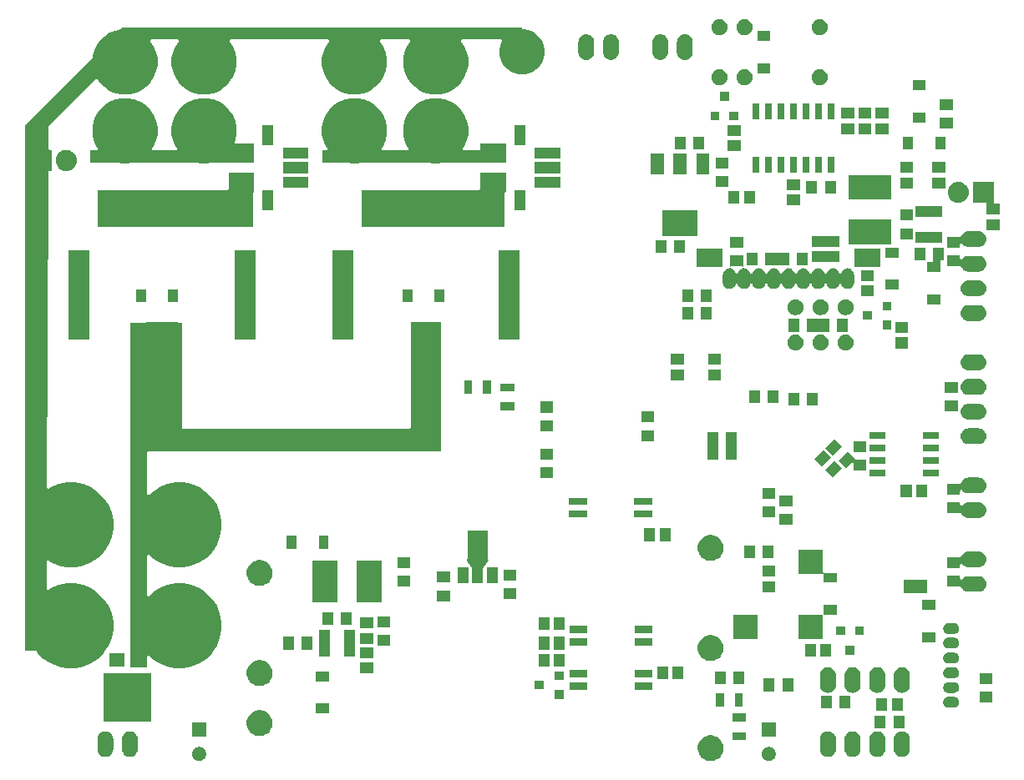
<source format=gbr>
G04 #@! TF.GenerationSoftware,KiCad,Pcbnew,(5.0.2)-1*
G04 #@! TF.CreationDate,2019-04-09T19:25:49+09:00*
G04 #@! TF.ProjectId,Electrocity_Manager,456c6563-7472-46f6-9369-74795f4d616e,rev?*
G04 #@! TF.SameCoordinates,Original*
G04 #@! TF.FileFunction,Soldermask,Bot*
G04 #@! TF.FilePolarity,Negative*
%FSLAX46Y46*%
G04 Gerber Fmt 4.6, Leading zero omitted, Abs format (unit mm)*
G04 Created by KiCad (PCBNEW (5.0.2)-1) date 2019/04/09 19:25:49*
%MOMM*%
%LPD*%
G01*
G04 APERTURE LIST*
%ADD10C,0.100000*%
G04 APERTURE END LIST*
D10*
G36*
X118489485Y-170908996D02*
X118489487Y-170908997D01*
X118489488Y-170908997D01*
X118590892Y-170951000D01*
X118726255Y-171007069D01*
X118939342Y-171149449D01*
X119120551Y-171330658D01*
X119262931Y-171543745D01*
X119361004Y-171780515D01*
X119411000Y-172031861D01*
X119411000Y-172288139D01*
X119385179Y-172417951D01*
X119361003Y-172539488D01*
X119295691Y-172697165D01*
X119262931Y-172776255D01*
X119120551Y-172989342D01*
X118939342Y-173170551D01*
X118939339Y-173170553D01*
X118726255Y-173312931D01*
X118489488Y-173411003D01*
X118489487Y-173411003D01*
X118489485Y-173411004D01*
X118238139Y-173461000D01*
X117981861Y-173461000D01*
X117730515Y-173411004D01*
X117730513Y-173411003D01*
X117730512Y-173411003D01*
X117493745Y-173312931D01*
X117280661Y-173170553D01*
X117280658Y-173170551D01*
X117099449Y-172989342D01*
X116957069Y-172776255D01*
X116924309Y-172697165D01*
X116858997Y-172539488D01*
X116834822Y-172417951D01*
X116809000Y-172288139D01*
X116809000Y-172031861D01*
X116858996Y-171780515D01*
X116957069Y-171543745D01*
X117099449Y-171330658D01*
X117280658Y-171149449D01*
X117493745Y-171007069D01*
X117629108Y-170951000D01*
X117730512Y-170908997D01*
X117730513Y-170908997D01*
X117730515Y-170908996D01*
X117981861Y-170859000D01*
X118238139Y-170859000D01*
X118489485Y-170908996D01*
X118489485Y-170908996D01*
G37*
G36*
X124204472Y-172075938D02*
X124332049Y-172128782D01*
X124446865Y-172205500D01*
X124544500Y-172303135D01*
X124621218Y-172417951D01*
X124674062Y-172545528D01*
X124701000Y-172680956D01*
X124701000Y-172819044D01*
X124674062Y-172954472D01*
X124621218Y-173082049D01*
X124544500Y-173196865D01*
X124446865Y-173294500D01*
X124332049Y-173371218D01*
X124204472Y-173424062D01*
X124069044Y-173451000D01*
X123930956Y-173451000D01*
X123795528Y-173424062D01*
X123667951Y-173371218D01*
X123553135Y-173294500D01*
X123455500Y-173196865D01*
X123378782Y-173082049D01*
X123325938Y-172954472D01*
X123299000Y-172819044D01*
X123299000Y-172680956D01*
X123325938Y-172545528D01*
X123378782Y-172417951D01*
X123455500Y-172303135D01*
X123553135Y-172205500D01*
X123667951Y-172128782D01*
X123795528Y-172075938D01*
X123930956Y-172049000D01*
X124069044Y-172049000D01*
X124204472Y-172075938D01*
X124204472Y-172075938D01*
G37*
G36*
X66454472Y-172075938D02*
X66582049Y-172128782D01*
X66696865Y-172205500D01*
X66794500Y-172303135D01*
X66871218Y-172417951D01*
X66924062Y-172545528D01*
X66951000Y-172680956D01*
X66951000Y-172819044D01*
X66924062Y-172954472D01*
X66871218Y-173082049D01*
X66794500Y-173196865D01*
X66696865Y-173294500D01*
X66582049Y-173371218D01*
X66454472Y-173424062D01*
X66319044Y-173451000D01*
X66180956Y-173451000D01*
X66045528Y-173424062D01*
X65917951Y-173371218D01*
X65803135Y-173294500D01*
X65705500Y-173196865D01*
X65628782Y-173082049D01*
X65575938Y-172954472D01*
X65549000Y-172819044D01*
X65549000Y-172680956D01*
X65575938Y-172545528D01*
X65628782Y-172417951D01*
X65705500Y-172303135D01*
X65803135Y-172205500D01*
X65917951Y-172128782D01*
X66045528Y-172075938D01*
X66180956Y-172049000D01*
X66319044Y-172049000D01*
X66454472Y-172075938D01*
X66454472Y-172075938D01*
G37*
G36*
X132657024Y-170460590D02*
X132808011Y-170506392D01*
X132947161Y-170580768D01*
X133007822Y-170630551D01*
X133069133Y-170680867D01*
X133069134Y-170680869D01*
X133069136Y-170680870D01*
X133169230Y-170802835D01*
X133243608Y-170941988D01*
X133289410Y-171092975D01*
X133301000Y-171210654D01*
X133301000Y-172289346D01*
X133289410Y-172407025D01*
X133243608Y-172558012D01*
X133169230Y-172697165D01*
X133069133Y-172819133D01*
X132947165Y-172919230D01*
X132808012Y-172993608D01*
X132657025Y-173039410D01*
X132500000Y-173054875D01*
X132342976Y-173039410D01*
X132191989Y-172993608D01*
X132052836Y-172919230D01*
X131930868Y-172819133D01*
X131830771Y-172697165D01*
X131756393Y-172558012D01*
X131710591Y-172407025D01*
X131699001Y-172289346D01*
X131699000Y-171210655D01*
X131710590Y-171092976D01*
X131756392Y-170941989D01*
X131830768Y-170802839D01*
X131930865Y-170680870D01*
X131930867Y-170680867D01*
X131930869Y-170680866D01*
X131930870Y-170680864D01*
X132052835Y-170580770D01*
X132191988Y-170506392D01*
X132342975Y-170460590D01*
X132500000Y-170445125D01*
X132657024Y-170460590D01*
X132657024Y-170460590D01*
G37*
G36*
X59407025Y-170460590D02*
X59558012Y-170506392D01*
X59697165Y-170580770D01*
X59819133Y-170680867D01*
X59919230Y-170802835D01*
X59993608Y-170941988D01*
X60039410Y-171092975D01*
X60051000Y-171210654D01*
X60051000Y-172289346D01*
X60039410Y-172407025D01*
X59993608Y-172558012D01*
X59919230Y-172697165D01*
X59819136Y-172819130D01*
X59819134Y-172819131D01*
X59819133Y-172819133D01*
X59819129Y-172819136D01*
X59697161Y-172919232D01*
X59558011Y-172993608D01*
X59407024Y-173039410D01*
X59250000Y-173054875D01*
X59092975Y-173039410D01*
X58941988Y-172993608D01*
X58802835Y-172919230D01*
X58680870Y-172819136D01*
X58680869Y-172819134D01*
X58680867Y-172819133D01*
X58630819Y-172758148D01*
X58580768Y-172697161D01*
X58506392Y-172558011D01*
X58460590Y-172407024D01*
X58449000Y-172289345D01*
X58449001Y-171210654D01*
X58460591Y-171092975D01*
X58506393Y-170941988D01*
X58580771Y-170802835D01*
X58680868Y-170680867D01*
X58802836Y-170580770D01*
X58941989Y-170506392D01*
X59092976Y-170460590D01*
X59250000Y-170445125D01*
X59407025Y-170460590D01*
X59407025Y-170460590D01*
G37*
G36*
X56907025Y-170460590D02*
X57058012Y-170506392D01*
X57197165Y-170580770D01*
X57319133Y-170680867D01*
X57419230Y-170802835D01*
X57493608Y-170941988D01*
X57539410Y-171092975D01*
X57551000Y-171210654D01*
X57551000Y-172289346D01*
X57539410Y-172407025D01*
X57493608Y-172558012D01*
X57419230Y-172697165D01*
X57319136Y-172819130D01*
X57319134Y-172819131D01*
X57319133Y-172819133D01*
X57319129Y-172819136D01*
X57197161Y-172919232D01*
X57058011Y-172993608D01*
X56907024Y-173039410D01*
X56750000Y-173054875D01*
X56592975Y-173039410D01*
X56441988Y-172993608D01*
X56302835Y-172919230D01*
X56180870Y-172819136D01*
X56180869Y-172819134D01*
X56180867Y-172819133D01*
X56130819Y-172758148D01*
X56080768Y-172697161D01*
X56006392Y-172558011D01*
X55960590Y-172407024D01*
X55949000Y-172289345D01*
X55949001Y-171210654D01*
X55960591Y-171092975D01*
X56006393Y-170941988D01*
X56080771Y-170802835D01*
X56180868Y-170680867D01*
X56302836Y-170580770D01*
X56441989Y-170506392D01*
X56592976Y-170460590D01*
X56750000Y-170445125D01*
X56907025Y-170460590D01*
X56907025Y-170460590D01*
G37*
G36*
X137657024Y-170460590D02*
X137808011Y-170506392D01*
X137947161Y-170580768D01*
X138007822Y-170630551D01*
X138069133Y-170680867D01*
X138069134Y-170680869D01*
X138069136Y-170680870D01*
X138169230Y-170802835D01*
X138243608Y-170941988D01*
X138289410Y-171092975D01*
X138301000Y-171210654D01*
X138301000Y-172289346D01*
X138289410Y-172407025D01*
X138243608Y-172558012D01*
X138169230Y-172697165D01*
X138069133Y-172819133D01*
X137947165Y-172919230D01*
X137808012Y-172993608D01*
X137657025Y-173039410D01*
X137500000Y-173054875D01*
X137342976Y-173039410D01*
X137191989Y-172993608D01*
X137052836Y-172919230D01*
X136930868Y-172819133D01*
X136830771Y-172697165D01*
X136756393Y-172558012D01*
X136710591Y-172407025D01*
X136699001Y-172289346D01*
X136699000Y-171210655D01*
X136710590Y-171092976D01*
X136756392Y-170941989D01*
X136830768Y-170802839D01*
X136930865Y-170680870D01*
X136930867Y-170680867D01*
X136930869Y-170680866D01*
X136930870Y-170680864D01*
X137052835Y-170580770D01*
X137191988Y-170506392D01*
X137342975Y-170460590D01*
X137500000Y-170445125D01*
X137657024Y-170460590D01*
X137657024Y-170460590D01*
G37*
G36*
X135157024Y-170460590D02*
X135308011Y-170506392D01*
X135447161Y-170580768D01*
X135507822Y-170630551D01*
X135569133Y-170680867D01*
X135569134Y-170680869D01*
X135569136Y-170680870D01*
X135669230Y-170802835D01*
X135743608Y-170941988D01*
X135789410Y-171092975D01*
X135801000Y-171210654D01*
X135801000Y-172289346D01*
X135789410Y-172407025D01*
X135743608Y-172558012D01*
X135669230Y-172697165D01*
X135569133Y-172819133D01*
X135447165Y-172919230D01*
X135308012Y-172993608D01*
X135157025Y-173039410D01*
X135000000Y-173054875D01*
X134842976Y-173039410D01*
X134691989Y-172993608D01*
X134552836Y-172919230D01*
X134430868Y-172819133D01*
X134330771Y-172697165D01*
X134256393Y-172558012D01*
X134210591Y-172407025D01*
X134199001Y-172289346D01*
X134199000Y-171210655D01*
X134210590Y-171092976D01*
X134256392Y-170941989D01*
X134330768Y-170802839D01*
X134430865Y-170680870D01*
X134430867Y-170680867D01*
X134430869Y-170680866D01*
X134430870Y-170680864D01*
X134552835Y-170580770D01*
X134691988Y-170506392D01*
X134842975Y-170460590D01*
X135000000Y-170445125D01*
X135157024Y-170460590D01*
X135157024Y-170460590D01*
G37*
G36*
X130157024Y-170460590D02*
X130308011Y-170506392D01*
X130447161Y-170580768D01*
X130507822Y-170630551D01*
X130569133Y-170680867D01*
X130569134Y-170680869D01*
X130569136Y-170680870D01*
X130669230Y-170802835D01*
X130743608Y-170941988D01*
X130789410Y-171092975D01*
X130801000Y-171210654D01*
X130801000Y-172289346D01*
X130789410Y-172407025D01*
X130743608Y-172558012D01*
X130669230Y-172697165D01*
X130569133Y-172819133D01*
X130447165Y-172919230D01*
X130308012Y-172993608D01*
X130157025Y-173039410D01*
X130000000Y-173054875D01*
X129842976Y-173039410D01*
X129691989Y-172993608D01*
X129552836Y-172919230D01*
X129430868Y-172819133D01*
X129330771Y-172697165D01*
X129256393Y-172558012D01*
X129210591Y-172407025D01*
X129199001Y-172289346D01*
X129199000Y-171210655D01*
X129210590Y-171092976D01*
X129256392Y-170941989D01*
X129330768Y-170802839D01*
X129430865Y-170680870D01*
X129430867Y-170680867D01*
X129430869Y-170680866D01*
X129430870Y-170680864D01*
X129552835Y-170580770D01*
X129691988Y-170506392D01*
X129842975Y-170460590D01*
X130000000Y-170445125D01*
X130157024Y-170460590D01*
X130157024Y-170460590D01*
G37*
G36*
X121701000Y-171351000D02*
X120299000Y-171351000D01*
X120299000Y-170549000D01*
X121701000Y-170549000D01*
X121701000Y-171351000D01*
X121701000Y-171351000D01*
G37*
G36*
X66951000Y-170951000D02*
X65549000Y-170951000D01*
X65549000Y-169549000D01*
X66951000Y-169549000D01*
X66951000Y-170951000D01*
X66951000Y-170951000D01*
G37*
G36*
X124701000Y-170951000D02*
X123299000Y-170951000D01*
X123299000Y-169549000D01*
X124701000Y-169549000D01*
X124701000Y-170951000D01*
X124701000Y-170951000D01*
G37*
G36*
X72769485Y-168368996D02*
X72769487Y-168368997D01*
X72769488Y-168368997D01*
X72846750Y-168401000D01*
X73006255Y-168467069D01*
X73219342Y-168609449D01*
X73400551Y-168790658D01*
X73542931Y-169003745D01*
X73641004Y-169240515D01*
X73691000Y-169491861D01*
X73691000Y-169748139D01*
X73641004Y-169999485D01*
X73542931Y-170236255D01*
X73400551Y-170449342D01*
X73219342Y-170630551D01*
X73219339Y-170630553D01*
X73006255Y-170772931D01*
X72769488Y-170871003D01*
X72769487Y-170871003D01*
X72769485Y-170871004D01*
X72518139Y-170921000D01*
X72261861Y-170921000D01*
X72010515Y-170871004D01*
X72010513Y-170871003D01*
X72010512Y-170871003D01*
X71773745Y-170772931D01*
X71560661Y-170630553D01*
X71560658Y-170630551D01*
X71379449Y-170449342D01*
X71237069Y-170236255D01*
X71138996Y-169999485D01*
X71089000Y-169748139D01*
X71089000Y-169491861D01*
X71138996Y-169240515D01*
X71237069Y-169003745D01*
X71379449Y-168790658D01*
X71560658Y-168609449D01*
X71773745Y-168467069D01*
X71933250Y-168401000D01*
X72010512Y-168368997D01*
X72010513Y-168368997D01*
X72010515Y-168368996D01*
X72261861Y-168319000D01*
X72518139Y-168319000D01*
X72769485Y-168368996D01*
X72769485Y-168368996D01*
G37*
G36*
X135851000Y-170151000D02*
X134749000Y-170151000D01*
X134749000Y-168849000D01*
X135851000Y-168849000D01*
X135851000Y-170151000D01*
X135851000Y-170151000D01*
G37*
G36*
X137731000Y-170151000D02*
X136629000Y-170151000D01*
X136629000Y-168849000D01*
X137731000Y-168849000D01*
X137731000Y-170151000D01*
X137731000Y-170151000D01*
G37*
G36*
X61411000Y-169491000D02*
X56589000Y-169491000D01*
X56589000Y-164589000D01*
X61411000Y-164589000D01*
X61411000Y-169491000D01*
X61411000Y-169491000D01*
G37*
G36*
X121701000Y-169451000D02*
X120299000Y-169451000D01*
X120299000Y-168649000D01*
X121701000Y-168649000D01*
X121701000Y-169451000D01*
X121701000Y-169451000D01*
G37*
G36*
X79411000Y-168641000D02*
X78089000Y-168641000D01*
X78089000Y-167629000D01*
X79411000Y-167629000D01*
X79411000Y-168641000D01*
X79411000Y-168641000D01*
G37*
G36*
X137581000Y-168401000D02*
X136479000Y-168401000D01*
X136479000Y-167099000D01*
X137581000Y-167099000D01*
X137581000Y-168401000D01*
X137581000Y-168401000D01*
G37*
G36*
X136021000Y-168401000D02*
X134919000Y-168401000D01*
X134919000Y-167099000D01*
X136021000Y-167099000D01*
X136021000Y-168401000D01*
X136021000Y-168401000D01*
G37*
G36*
X130371000Y-168151000D02*
X129269000Y-168151000D01*
X129269000Y-166849000D01*
X130371000Y-166849000D01*
X130371000Y-168151000D01*
X130371000Y-168151000D01*
G37*
G36*
X132251000Y-168151000D02*
X131149000Y-168151000D01*
X131149000Y-166849000D01*
X132251000Y-166849000D01*
X132251000Y-168151000D01*
X132251000Y-168151000D01*
G37*
G36*
X142870015Y-166956973D02*
X142973879Y-166988479D01*
X143069600Y-167039644D01*
X143153501Y-167108499D01*
X143222356Y-167192400D01*
X143273521Y-167288121D01*
X143305027Y-167391985D01*
X143315666Y-167500000D01*
X143305027Y-167608015D01*
X143273521Y-167711879D01*
X143222356Y-167807600D01*
X143153501Y-167891501D01*
X143069600Y-167960356D01*
X142973879Y-168011521D01*
X142870015Y-168043027D01*
X142789067Y-168051000D01*
X142210933Y-168051000D01*
X142129985Y-168043027D01*
X142026121Y-168011521D01*
X141930400Y-167960356D01*
X141846499Y-167891501D01*
X141777644Y-167807600D01*
X141726479Y-167711879D01*
X141694973Y-167608015D01*
X141684334Y-167500000D01*
X141694973Y-167391985D01*
X141726479Y-167288121D01*
X141777644Y-167192400D01*
X141846499Y-167108499D01*
X141930400Y-167039644D01*
X142026121Y-166988479D01*
X142129985Y-166956973D01*
X142210933Y-166949000D01*
X142789067Y-166949000D01*
X142870015Y-166956973D01*
X142870015Y-166956973D01*
G37*
G36*
X119451000Y-167951000D02*
X118649000Y-167951000D01*
X118649000Y-166549000D01*
X119451000Y-166549000D01*
X119451000Y-167951000D01*
X119451000Y-167951000D01*
G37*
G36*
X121351000Y-167951000D02*
X120549000Y-167951000D01*
X120549000Y-166549000D01*
X121351000Y-166549000D01*
X121351000Y-167951000D01*
X121351000Y-167951000D01*
G37*
G36*
X146651000Y-167501000D02*
X145349000Y-167501000D01*
X145349000Y-166399000D01*
X146651000Y-166399000D01*
X146651000Y-167501000D01*
X146651000Y-167501000D01*
G37*
G36*
X103201810Y-167151050D02*
X102299710Y-167151050D01*
X102299710Y-166248950D01*
X103201810Y-166248950D01*
X103201810Y-167151050D01*
X103201810Y-167151050D01*
G37*
G36*
X132657025Y-163960590D02*
X132808012Y-164006392D01*
X132947165Y-164080770D01*
X133069133Y-164180867D01*
X133169230Y-164302835D01*
X133243608Y-164441988D01*
X133289410Y-164592975D01*
X133301000Y-164710654D01*
X133301000Y-165789346D01*
X133289410Y-165907025D01*
X133243608Y-166058012D01*
X133169230Y-166197165D01*
X133069136Y-166319130D01*
X133069134Y-166319131D01*
X133069133Y-166319133D01*
X133069129Y-166319136D01*
X132947161Y-166419232D01*
X132808011Y-166493608D01*
X132657024Y-166539410D01*
X132500000Y-166554875D01*
X132342975Y-166539410D01*
X132191988Y-166493608D01*
X132052835Y-166419230D01*
X131930870Y-166319136D01*
X131930869Y-166319134D01*
X131930867Y-166319133D01*
X131833960Y-166201050D01*
X131830768Y-166197161D01*
X131756392Y-166058011D01*
X131710590Y-165907024D01*
X131699000Y-165789345D01*
X131699001Y-164710654D01*
X131710591Y-164592975D01*
X131756393Y-164441988D01*
X131830771Y-164302835D01*
X131930868Y-164180867D01*
X132052836Y-164080770D01*
X132191989Y-164006392D01*
X132342976Y-163960590D01*
X132500000Y-163945125D01*
X132657025Y-163960590D01*
X132657025Y-163960590D01*
G37*
G36*
X130157025Y-163960590D02*
X130308012Y-164006392D01*
X130447165Y-164080770D01*
X130569133Y-164180867D01*
X130669230Y-164302835D01*
X130743608Y-164441988D01*
X130789410Y-164592975D01*
X130801000Y-164710654D01*
X130801000Y-165789346D01*
X130789410Y-165907025D01*
X130743608Y-166058012D01*
X130669230Y-166197165D01*
X130569136Y-166319130D01*
X130569134Y-166319131D01*
X130569133Y-166319133D01*
X130569129Y-166319136D01*
X130447161Y-166419232D01*
X130308011Y-166493608D01*
X130157024Y-166539410D01*
X130000000Y-166554875D01*
X129842975Y-166539410D01*
X129691988Y-166493608D01*
X129552835Y-166419230D01*
X129430870Y-166319136D01*
X129430869Y-166319134D01*
X129430867Y-166319133D01*
X129333960Y-166201050D01*
X129330768Y-166197161D01*
X129256392Y-166058011D01*
X129210590Y-165907024D01*
X129199000Y-165789345D01*
X129199001Y-164710654D01*
X129210591Y-164592975D01*
X129256393Y-164441988D01*
X129330771Y-164302835D01*
X129430868Y-164180867D01*
X129552836Y-164080770D01*
X129691989Y-164006392D01*
X129842976Y-163960590D01*
X130000000Y-163945125D01*
X130157025Y-163960590D01*
X130157025Y-163960590D01*
G37*
G36*
X135157025Y-163960590D02*
X135308012Y-164006392D01*
X135447165Y-164080770D01*
X135569133Y-164180867D01*
X135669230Y-164302835D01*
X135743608Y-164441988D01*
X135789410Y-164592975D01*
X135801000Y-164710654D01*
X135801000Y-165789346D01*
X135789410Y-165907025D01*
X135743608Y-166058012D01*
X135669230Y-166197165D01*
X135569136Y-166319130D01*
X135569134Y-166319131D01*
X135569133Y-166319133D01*
X135569129Y-166319136D01*
X135447161Y-166419232D01*
X135308011Y-166493608D01*
X135157024Y-166539410D01*
X135000000Y-166554875D01*
X134842975Y-166539410D01*
X134691988Y-166493608D01*
X134552835Y-166419230D01*
X134430870Y-166319136D01*
X134430869Y-166319134D01*
X134430867Y-166319133D01*
X134333960Y-166201050D01*
X134330768Y-166197161D01*
X134256392Y-166058011D01*
X134210590Y-165907024D01*
X134199000Y-165789345D01*
X134199001Y-164710654D01*
X134210591Y-164592975D01*
X134256393Y-164441988D01*
X134330771Y-164302835D01*
X134430868Y-164180867D01*
X134552836Y-164080770D01*
X134691989Y-164006392D01*
X134842976Y-163960590D01*
X135000000Y-163945125D01*
X135157025Y-163960590D01*
X135157025Y-163960590D01*
G37*
G36*
X137657025Y-163960590D02*
X137808012Y-164006392D01*
X137947165Y-164080770D01*
X138069133Y-164180867D01*
X138169230Y-164302835D01*
X138243608Y-164441988D01*
X138289410Y-164592975D01*
X138301000Y-164710654D01*
X138301000Y-165789346D01*
X138289410Y-165907025D01*
X138243608Y-166058012D01*
X138169230Y-166197165D01*
X138069136Y-166319130D01*
X138069134Y-166319131D01*
X138069133Y-166319133D01*
X138069129Y-166319136D01*
X137947161Y-166419232D01*
X137808011Y-166493608D01*
X137657024Y-166539410D01*
X137500000Y-166554875D01*
X137342975Y-166539410D01*
X137191988Y-166493608D01*
X137052835Y-166419230D01*
X136930870Y-166319136D01*
X136930869Y-166319134D01*
X136930867Y-166319133D01*
X136833960Y-166201050D01*
X136830768Y-166197161D01*
X136756392Y-166058011D01*
X136710590Y-165907024D01*
X136699000Y-165789345D01*
X136699001Y-164710654D01*
X136710591Y-164592975D01*
X136756393Y-164441988D01*
X136830771Y-164302835D01*
X136930868Y-164180867D01*
X137052836Y-164080770D01*
X137191989Y-164006392D01*
X137342976Y-163960590D01*
X137500000Y-163945125D01*
X137657025Y-163960590D01*
X137657025Y-163960590D01*
G37*
G36*
X142870015Y-165456973D02*
X142973879Y-165488479D01*
X143069600Y-165539644D01*
X143153501Y-165608499D01*
X143222356Y-165692400D01*
X143273521Y-165788121D01*
X143305027Y-165891985D01*
X143315666Y-166000000D01*
X143305027Y-166108015D01*
X143273521Y-166211879D01*
X143222356Y-166307600D01*
X143153501Y-166391501D01*
X143069600Y-166460356D01*
X142973879Y-166511521D01*
X142870015Y-166543027D01*
X142789067Y-166551000D01*
X142210933Y-166551000D01*
X142129985Y-166543027D01*
X142026121Y-166511521D01*
X141930400Y-166460356D01*
X141846499Y-166391501D01*
X141777644Y-166307600D01*
X141726479Y-166211879D01*
X141694973Y-166108015D01*
X141684334Y-166000000D01*
X141694973Y-165891985D01*
X141726479Y-165788121D01*
X141777644Y-165692400D01*
X141846499Y-165608499D01*
X141930400Y-165539644D01*
X142026121Y-165488479D01*
X142129985Y-165456973D01*
X142210933Y-165449000D01*
X142789067Y-165449000D01*
X142870015Y-165456973D01*
X142870015Y-165456973D01*
G37*
G36*
X126481000Y-166401000D02*
X125379000Y-166401000D01*
X125379000Y-165099000D01*
X126481000Y-165099000D01*
X126481000Y-166401000D01*
X126481000Y-166401000D01*
G37*
G36*
X124601000Y-166401000D02*
X123499000Y-166401000D01*
X123499000Y-165099000D01*
X124601000Y-165099000D01*
X124601000Y-166401000D01*
X124601000Y-166401000D01*
G37*
G36*
X112201000Y-166261000D02*
X110399000Y-166261000D01*
X110399000Y-165509000D01*
X112201000Y-165509000D01*
X112201000Y-166261000D01*
X112201000Y-166261000D01*
G37*
G36*
X105601000Y-166261000D02*
X103799000Y-166261000D01*
X103799000Y-165509000D01*
X105601000Y-165509000D01*
X105601000Y-166261000D01*
X105601000Y-166261000D01*
G37*
G36*
X101202830Y-166201050D02*
X100300730Y-166201050D01*
X100300730Y-165298950D01*
X101202830Y-165298950D01*
X101202830Y-166201050D01*
X101202830Y-166201050D01*
G37*
G36*
X72769485Y-163288996D02*
X72769487Y-163288997D01*
X72769488Y-163288997D01*
X72814402Y-163307601D01*
X73006255Y-163387069D01*
X73219342Y-163529449D01*
X73400551Y-163710658D01*
X73400553Y-163710661D01*
X73542931Y-163923745D01*
X73619459Y-164108499D01*
X73641004Y-164160515D01*
X73691000Y-164411861D01*
X73691000Y-164668139D01*
X73646571Y-164891500D01*
X73641003Y-164919488D01*
X73586529Y-165051000D01*
X73542931Y-165156255D01*
X73400551Y-165369342D01*
X73219342Y-165550551D01*
X73219339Y-165550553D01*
X73006255Y-165692931D01*
X72769488Y-165791003D01*
X72769487Y-165791003D01*
X72769485Y-165791004D01*
X72518139Y-165841000D01*
X72261861Y-165841000D01*
X72010515Y-165791004D01*
X72010513Y-165791003D01*
X72010512Y-165791003D01*
X71773745Y-165692931D01*
X71560661Y-165550553D01*
X71560658Y-165550551D01*
X71379449Y-165369342D01*
X71237069Y-165156255D01*
X71193471Y-165051000D01*
X71138997Y-164919488D01*
X71133430Y-164891500D01*
X71089000Y-164668139D01*
X71089000Y-164411861D01*
X71138996Y-164160515D01*
X71160542Y-164108499D01*
X71237069Y-163923745D01*
X71379447Y-163710661D01*
X71379449Y-163710658D01*
X71560658Y-163529449D01*
X71773745Y-163387069D01*
X71965598Y-163307601D01*
X72010512Y-163288997D01*
X72010513Y-163288997D01*
X72010515Y-163288996D01*
X72261861Y-163239000D01*
X72518139Y-163239000D01*
X72769485Y-163288996D01*
X72769485Y-163288996D01*
G37*
G36*
X121501000Y-165651000D02*
X120399000Y-165651000D01*
X120399000Y-164349000D01*
X121501000Y-164349000D01*
X121501000Y-165651000D01*
X121501000Y-165651000D01*
G37*
G36*
X119621000Y-165651000D02*
X118519000Y-165651000D01*
X118519000Y-164349000D01*
X119621000Y-164349000D01*
X119621000Y-165651000D01*
X119621000Y-165651000D01*
G37*
G36*
X146651000Y-165621000D02*
X145349000Y-165621000D01*
X145349000Y-164519000D01*
X146651000Y-164519000D01*
X146651000Y-165621000D01*
X146651000Y-165621000D01*
G37*
G36*
X79411000Y-165371000D02*
X78089000Y-165371000D01*
X78089000Y-164359000D01*
X79411000Y-164359000D01*
X79411000Y-165371000D01*
X79411000Y-165371000D01*
G37*
G36*
X103201810Y-165251050D02*
X102299710Y-165251050D01*
X102299710Y-164348950D01*
X103201810Y-164348950D01*
X103201810Y-165251050D01*
X103201810Y-165251050D01*
G37*
G36*
X115331000Y-165151000D02*
X114229000Y-165151000D01*
X114229000Y-163849000D01*
X115331000Y-163849000D01*
X115331000Y-165151000D01*
X115331000Y-165151000D01*
G37*
G36*
X113771000Y-165151000D02*
X112669000Y-165151000D01*
X112669000Y-163849000D01*
X113771000Y-163849000D01*
X113771000Y-165151000D01*
X113771000Y-165151000D01*
G37*
G36*
X142870015Y-163956973D02*
X142973879Y-163988479D01*
X143069600Y-164039644D01*
X143153501Y-164108499D01*
X143222356Y-164192400D01*
X143273521Y-164288121D01*
X143305027Y-164391985D01*
X143315666Y-164500000D01*
X143305027Y-164608015D01*
X143273521Y-164711879D01*
X143222356Y-164807600D01*
X143153501Y-164891501D01*
X143069600Y-164960356D01*
X142973879Y-165011521D01*
X142870015Y-165043027D01*
X142789067Y-165051000D01*
X142210933Y-165051000D01*
X142129985Y-165043027D01*
X142026121Y-165011521D01*
X141930400Y-164960356D01*
X141846499Y-164891501D01*
X141777644Y-164807600D01*
X141726479Y-164711879D01*
X141694973Y-164608015D01*
X141684334Y-164500000D01*
X141694973Y-164391985D01*
X141726479Y-164288121D01*
X141777644Y-164192400D01*
X141846499Y-164108499D01*
X141930400Y-164039644D01*
X142026121Y-163988479D01*
X142129985Y-163956973D01*
X142210933Y-163949000D01*
X142789067Y-163949000D01*
X142870015Y-163956973D01*
X142870015Y-163956973D01*
G37*
G36*
X105601000Y-164991000D02*
X103799000Y-164991000D01*
X103799000Y-164239000D01*
X105601000Y-164239000D01*
X105601000Y-164991000D01*
X105601000Y-164991000D01*
G37*
G36*
X112201000Y-164991000D02*
X110399000Y-164991000D01*
X110399000Y-164239000D01*
X112201000Y-164239000D01*
X112201000Y-164991000D01*
X112201000Y-164991000D01*
G37*
G36*
X83901000Y-164581000D02*
X82599000Y-164581000D01*
X82599000Y-163479000D01*
X83901000Y-163479000D01*
X83901000Y-164581000D01*
X83901000Y-164581000D01*
G37*
G36*
X64087612Y-128963388D02*
X64106554Y-128978934D01*
X64128165Y-128990485D01*
X64151614Y-128997598D01*
X64176000Y-129000000D01*
X64500000Y-129000000D01*
X64500000Y-139625000D01*
X64502402Y-139649386D01*
X64509515Y-139672835D01*
X64521066Y-139694446D01*
X64536612Y-139713388D01*
X64555554Y-139728934D01*
X64577165Y-139740485D01*
X64600614Y-139747598D01*
X64625000Y-139750000D01*
X87574000Y-139750000D01*
X87598386Y-139747598D01*
X87621835Y-139740485D01*
X87643446Y-139728934D01*
X87662388Y-139713388D01*
X87677934Y-139694446D01*
X87689485Y-139672835D01*
X87696598Y-139649386D01*
X87699000Y-139625000D01*
X87699000Y-128949000D01*
X90801000Y-128949000D01*
X90801000Y-142051000D01*
X87674196Y-142051000D01*
X87662388Y-142036612D01*
X87643446Y-142021066D01*
X87621835Y-142009515D01*
X87598386Y-142002402D01*
X87574000Y-142000000D01*
X64176000Y-142000000D01*
X64151614Y-142002402D01*
X64128165Y-142009515D01*
X64106554Y-142021066D01*
X64087612Y-142036612D01*
X64075804Y-142051000D01*
X61125000Y-142051000D01*
X61100614Y-142053402D01*
X61077165Y-142060515D01*
X61055554Y-142072066D01*
X61036612Y-142087612D01*
X61021066Y-142106554D01*
X61009515Y-142128165D01*
X61002402Y-142151614D01*
X61000000Y-142176000D01*
X61000000Y-146365690D01*
X61002402Y-146390076D01*
X61009515Y-146413525D01*
X61021066Y-146435136D01*
X61036612Y-146454078D01*
X61055554Y-146469624D01*
X61077165Y-146481175D01*
X61100614Y-146488288D01*
X61125000Y-146490690D01*
X61149386Y-146488288D01*
X61172835Y-146481175D01*
X61194446Y-146469624D01*
X61213388Y-146454078D01*
X61508269Y-146159197D01*
X61643059Y-146069133D01*
X62212712Y-145688503D01*
X62212714Y-145688502D01*
X62995445Y-145364284D01*
X63826387Y-145199000D01*
X64673613Y-145199000D01*
X65504555Y-145364284D01*
X66287286Y-145688502D01*
X66287288Y-145688503D01*
X66856941Y-146069133D01*
X66991731Y-146159197D01*
X67590803Y-146758269D01*
X67590805Y-146758272D01*
X68050946Y-147446921D01*
X68061498Y-147462714D01*
X68385716Y-148245445D01*
X68551000Y-149076387D01*
X68551000Y-149923613D01*
X68385716Y-150754555D01*
X68061498Y-151537286D01*
X68061497Y-151537288D01*
X67811790Y-151911000D01*
X67590803Y-152241731D01*
X66991731Y-152840803D01*
X66991728Y-152840805D01*
X66287288Y-153311497D01*
X66287287Y-153311498D01*
X66287286Y-153311498D01*
X65504555Y-153635716D01*
X64673613Y-153801000D01*
X63826387Y-153801000D01*
X62995445Y-153635716D01*
X62212714Y-153311498D01*
X62212713Y-153311498D01*
X62212712Y-153311497D01*
X61508272Y-152840805D01*
X61508269Y-152840803D01*
X61213388Y-152545922D01*
X61194446Y-152530376D01*
X61172835Y-152518825D01*
X61149386Y-152511712D01*
X61125000Y-152509310D01*
X61100614Y-152511712D01*
X61077165Y-152518825D01*
X61055554Y-152530376D01*
X61036612Y-152545922D01*
X61021066Y-152564864D01*
X61009515Y-152586475D01*
X61002402Y-152609924D01*
X61000000Y-152634310D01*
X61000000Y-156615690D01*
X61002402Y-156640076D01*
X61009515Y-156663525D01*
X61021066Y-156685136D01*
X61036612Y-156704078D01*
X61055554Y-156719624D01*
X61077165Y-156731175D01*
X61100614Y-156738288D01*
X61125000Y-156740690D01*
X61149386Y-156738288D01*
X61172835Y-156731175D01*
X61194446Y-156719624D01*
X61213388Y-156704078D01*
X61508269Y-156409197D01*
X61687543Y-156289410D01*
X62212712Y-155938503D01*
X62212714Y-155938502D01*
X62995445Y-155614284D01*
X63826387Y-155449000D01*
X64673613Y-155449000D01*
X65504555Y-155614284D01*
X66287286Y-155938502D01*
X66287288Y-155938503D01*
X66812457Y-156289410D01*
X66991731Y-156409197D01*
X67590803Y-157008269D01*
X67590805Y-157008272D01*
X67853218Y-157401000D01*
X68061498Y-157712714D01*
X68385716Y-158495445D01*
X68551000Y-159326387D01*
X68551000Y-160173613D01*
X68385716Y-161004555D01*
X68076528Y-161751000D01*
X68061497Y-161787288D01*
X67665803Y-162379485D01*
X67590803Y-162491731D01*
X66991731Y-163090803D01*
X66991728Y-163090805D01*
X66287288Y-163561497D01*
X66287287Y-163561498D01*
X66287286Y-163561498D01*
X65504555Y-163885716D01*
X64673613Y-164051000D01*
X63826387Y-164051000D01*
X62995445Y-163885716D01*
X62212714Y-163561498D01*
X62212713Y-163561498D01*
X62212712Y-163561497D01*
X61508272Y-163090805D01*
X61508269Y-163090803D01*
X61213388Y-162795922D01*
X61194446Y-162780376D01*
X61172835Y-162768825D01*
X61149386Y-162761712D01*
X61125000Y-162759310D01*
X61100614Y-162761712D01*
X61077165Y-162768825D01*
X61055554Y-162780376D01*
X61036612Y-162795922D01*
X61021066Y-162814864D01*
X61009515Y-162836475D01*
X61002402Y-162859924D01*
X61000000Y-162884310D01*
X61000000Y-164000000D01*
X59250000Y-164000000D01*
X59250000Y-129000000D01*
X60824000Y-129000000D01*
X60848386Y-128997598D01*
X60871835Y-128990485D01*
X60893446Y-128978934D01*
X60912388Y-128963388D01*
X60924196Y-128949000D01*
X64075804Y-128949000D01*
X64087612Y-128963388D01*
X64087612Y-128963388D01*
G37*
G36*
X99000000Y-99073560D02*
X99002402Y-99097946D01*
X99009515Y-99121395D01*
X99021066Y-99143006D01*
X99036612Y-99161948D01*
X99055554Y-99177494D01*
X99077165Y-99189045D01*
X99100614Y-99196158D01*
X99125000Y-99198560D01*
X99226674Y-99198560D01*
X99671305Y-99287002D01*
X100090140Y-99460489D01*
X100467086Y-99712357D01*
X100787643Y-100032914D01*
X101039511Y-100409860D01*
X101212998Y-100828695D01*
X101301440Y-101273326D01*
X101301440Y-101726674D01*
X101212998Y-102171305D01*
X101039511Y-102590140D01*
X100787643Y-102967086D01*
X100467086Y-103287643D01*
X100090140Y-103539511D01*
X99671305Y-103712998D01*
X99226674Y-103801440D01*
X98773326Y-103801440D01*
X98328695Y-103712998D01*
X97909860Y-103539511D01*
X97532914Y-103287643D01*
X97212357Y-102967086D01*
X96960489Y-102590140D01*
X96787002Y-102171305D01*
X96698560Y-101726674D01*
X96698560Y-101273326D01*
X96787002Y-100828694D01*
X96955114Y-100422835D01*
X96962227Y-100399386D01*
X96964629Y-100375000D01*
X96962227Y-100350614D01*
X96955114Y-100327164D01*
X96943563Y-100305554D01*
X96928017Y-100286612D01*
X96909075Y-100271066D01*
X96887464Y-100259515D01*
X96864015Y-100252402D01*
X96839629Y-100250000D01*
X92950536Y-100250000D01*
X92926150Y-100252402D01*
X92902701Y-100259515D01*
X92881090Y-100271066D01*
X92862148Y-100286612D01*
X92846602Y-100305554D01*
X92835051Y-100327165D01*
X92827938Y-100350614D01*
X92825536Y-100375000D01*
X92827938Y-100399386D01*
X92835051Y-100422835D01*
X92846602Y-100444446D01*
X93175309Y-100936391D01*
X93424145Y-101537135D01*
X93551000Y-102174878D01*
X93551000Y-102825122D01*
X93424145Y-103462865D01*
X93175309Y-104063609D01*
X92814052Y-104604268D01*
X92354268Y-105064052D01*
X91813609Y-105425309D01*
X91212865Y-105674145D01*
X90575122Y-105801000D01*
X89924878Y-105801000D01*
X89287135Y-105674145D01*
X88686391Y-105425309D01*
X88145732Y-105064052D01*
X87685948Y-104604268D01*
X87324691Y-104063609D01*
X87075855Y-103462865D01*
X86949000Y-102825122D01*
X86949000Y-102174878D01*
X87075855Y-101537135D01*
X87324691Y-100936391D01*
X87653398Y-100444446D01*
X87664949Y-100422835D01*
X87672062Y-100399386D01*
X87674464Y-100375000D01*
X87672062Y-100350614D01*
X87664949Y-100327165D01*
X87653398Y-100305554D01*
X87637852Y-100286612D01*
X87618910Y-100271066D01*
X87597299Y-100259515D01*
X87573850Y-100252402D01*
X87549464Y-100250000D01*
X84700536Y-100250000D01*
X84676150Y-100252402D01*
X84652701Y-100259515D01*
X84631090Y-100271066D01*
X84612148Y-100286612D01*
X84596602Y-100305554D01*
X84585051Y-100327165D01*
X84577938Y-100350614D01*
X84575536Y-100375000D01*
X84577938Y-100399386D01*
X84585051Y-100422835D01*
X84596602Y-100444446D01*
X84925309Y-100936391D01*
X85174145Y-101537135D01*
X85301000Y-102174878D01*
X85301000Y-102825122D01*
X85174145Y-103462865D01*
X84925309Y-104063609D01*
X84564052Y-104604268D01*
X84104268Y-105064052D01*
X83563609Y-105425309D01*
X82962865Y-105674145D01*
X82325122Y-105801000D01*
X81674878Y-105801000D01*
X81037135Y-105674145D01*
X80436391Y-105425309D01*
X79895732Y-105064052D01*
X79435948Y-104604268D01*
X79074691Y-104063609D01*
X78825855Y-103462865D01*
X78699000Y-102825122D01*
X78699000Y-102174878D01*
X78825855Y-101537135D01*
X79074691Y-100936391D01*
X79403398Y-100444446D01*
X79414949Y-100422835D01*
X79422062Y-100399386D01*
X79424464Y-100375000D01*
X79422062Y-100350614D01*
X79414949Y-100327165D01*
X79403398Y-100305554D01*
X79387852Y-100286612D01*
X79368910Y-100271066D01*
X79347299Y-100259515D01*
X79323850Y-100252402D01*
X79299464Y-100250000D01*
X69450536Y-100250000D01*
X69426150Y-100252402D01*
X69402701Y-100259515D01*
X69381090Y-100271066D01*
X69362148Y-100286612D01*
X69346602Y-100305554D01*
X69335051Y-100327165D01*
X69327938Y-100350614D01*
X69325536Y-100375000D01*
X69327938Y-100399386D01*
X69335051Y-100422835D01*
X69346602Y-100444446D01*
X69675309Y-100936391D01*
X69924145Y-101537135D01*
X70051000Y-102174878D01*
X70051000Y-102825122D01*
X69924145Y-103462865D01*
X69675309Y-104063609D01*
X69314052Y-104604268D01*
X68854268Y-105064052D01*
X68313609Y-105425309D01*
X67712865Y-105674145D01*
X67075122Y-105801000D01*
X66424878Y-105801000D01*
X65787135Y-105674145D01*
X65186391Y-105425309D01*
X64645732Y-105064052D01*
X64185948Y-104604268D01*
X63824691Y-104063609D01*
X63575855Y-103462865D01*
X63449000Y-102825122D01*
X63449000Y-102174878D01*
X63575855Y-101537135D01*
X63824691Y-100936391D01*
X64153398Y-100444446D01*
X64164949Y-100422835D01*
X64172062Y-100399386D01*
X64174464Y-100375000D01*
X64172062Y-100350614D01*
X64164949Y-100327165D01*
X64153398Y-100305554D01*
X64137852Y-100286612D01*
X64118910Y-100271066D01*
X64097299Y-100259515D01*
X64073850Y-100252402D01*
X64049464Y-100250000D01*
X61450536Y-100250000D01*
X61426150Y-100252402D01*
X61402701Y-100259515D01*
X61381090Y-100271066D01*
X61362148Y-100286612D01*
X61346602Y-100305554D01*
X61335051Y-100327165D01*
X61327938Y-100350614D01*
X61325536Y-100375000D01*
X61327938Y-100399386D01*
X61335051Y-100422835D01*
X61346602Y-100444446D01*
X61675309Y-100936391D01*
X61924145Y-101537135D01*
X62051000Y-102174878D01*
X62051000Y-102825122D01*
X61924145Y-103462865D01*
X61675309Y-104063609D01*
X61314052Y-104604268D01*
X60854268Y-105064052D01*
X60313609Y-105425309D01*
X59712865Y-105674145D01*
X59075122Y-105801000D01*
X58424878Y-105801000D01*
X57787135Y-105674145D01*
X57186391Y-105425309D01*
X56645732Y-105064052D01*
X56185948Y-104604268D01*
X55954052Y-104257212D01*
X55938506Y-104238270D01*
X55919564Y-104222724D01*
X55897953Y-104211173D01*
X55874504Y-104204060D01*
X55850118Y-104201658D01*
X55825732Y-104204060D01*
X55802282Y-104211173D01*
X55780672Y-104222724D01*
X55761730Y-104238270D01*
X51036370Y-108963630D01*
X51020824Y-108982572D01*
X51009273Y-109004183D01*
X51002160Y-109027632D01*
X50999759Y-109051431D01*
X50989168Y-111307413D01*
X50991456Y-111331810D01*
X50998459Y-111355293D01*
X51009908Y-111376958D01*
X51025365Y-111395972D01*
X51044234Y-111411607D01*
X51065790Y-111423259D01*
X51089205Y-111430482D01*
X51114167Y-111433000D01*
X51317000Y-111433000D01*
X51317000Y-113567000D01*
X51102974Y-113567000D01*
X51078588Y-113569402D01*
X51055139Y-113576515D01*
X51033528Y-113588066D01*
X51014586Y-113603612D01*
X50999040Y-113622554D01*
X50987489Y-113644165D01*
X50980376Y-113667614D01*
X50977975Y-113691413D01*
X50893986Y-131581000D01*
X50827754Y-145688503D01*
X50827646Y-145711351D01*
X50829934Y-145735748D01*
X50836937Y-145759231D01*
X50848386Y-145780896D01*
X50863843Y-145799910D01*
X50882712Y-145815545D01*
X50904268Y-145827197D01*
X50927683Y-145834420D01*
X50952058Y-145836937D01*
X50976455Y-145834649D01*
X50999938Y-145827646D01*
X51022091Y-145815872D01*
X51106860Y-145759231D01*
X51212712Y-145688503D01*
X51212714Y-145688502D01*
X51995445Y-145364284D01*
X52826387Y-145199000D01*
X53673613Y-145199000D01*
X54504555Y-145364284D01*
X55287286Y-145688502D01*
X55287288Y-145688503D01*
X55856941Y-146069133D01*
X55991731Y-146159197D01*
X56590803Y-146758269D01*
X56590805Y-146758272D01*
X57050946Y-147446921D01*
X57061498Y-147462714D01*
X57385716Y-148245445D01*
X57551000Y-149076387D01*
X57551000Y-149923613D01*
X57385716Y-150754555D01*
X57061498Y-151537286D01*
X57061497Y-151537288D01*
X56811790Y-151911000D01*
X56590803Y-152241731D01*
X55991731Y-152840803D01*
X55991728Y-152840805D01*
X55287288Y-153311497D01*
X55287287Y-153311498D01*
X55287286Y-153311498D01*
X54504555Y-153635716D01*
X53673613Y-153801000D01*
X52826387Y-153801000D01*
X51995445Y-153635716D01*
X51212714Y-153311498D01*
X51212713Y-153311498D01*
X51212712Y-153311497D01*
X50986631Y-153160434D01*
X50965024Y-153148885D01*
X50941574Y-153141772D01*
X50917188Y-153139370D01*
X50892802Y-153141772D01*
X50869353Y-153148885D01*
X50847742Y-153160436D01*
X50828800Y-153175982D01*
X50813254Y-153194924D01*
X50801703Y-153216534D01*
X50794590Y-153239984D01*
X50792189Y-153263783D01*
X50779373Y-155993606D01*
X50781661Y-156018003D01*
X50788664Y-156041486D01*
X50800113Y-156063151D01*
X50815570Y-156082165D01*
X50834439Y-156097800D01*
X50855995Y-156109452D01*
X50879410Y-156116675D01*
X50903785Y-156119192D01*
X50928182Y-156116904D01*
X50951665Y-156109901D01*
X50973818Y-156098127D01*
X50997707Y-156082165D01*
X51212712Y-155938503D01*
X51212714Y-155938502D01*
X51995445Y-155614284D01*
X52826387Y-155449000D01*
X53673613Y-155449000D01*
X54504555Y-155614284D01*
X55287286Y-155938502D01*
X55287288Y-155938503D01*
X55812457Y-156289410D01*
X55991731Y-156409197D01*
X56590803Y-157008269D01*
X56590805Y-157008272D01*
X56853218Y-157401000D01*
X57061498Y-157712714D01*
X57385716Y-158495445D01*
X57551000Y-159326387D01*
X57551000Y-160173613D01*
X57385716Y-161004555D01*
X57076528Y-161751000D01*
X57061497Y-161787288D01*
X56665803Y-162379485D01*
X56590803Y-162491731D01*
X55991731Y-163090803D01*
X55991728Y-163090805D01*
X55287288Y-163561497D01*
X55287287Y-163561498D01*
X55287286Y-163561498D01*
X54504555Y-163885716D01*
X53673613Y-164051000D01*
X52826387Y-164051000D01*
X51995445Y-163885716D01*
X51212714Y-163561498D01*
X51212713Y-163561498D01*
X51212712Y-163561497D01*
X50508272Y-163090805D01*
X50508269Y-163090803D01*
X49909197Y-162491731D01*
X49784797Y-162305554D01*
X49769251Y-162286612D01*
X49750309Y-162271066D01*
X49728698Y-162259515D01*
X49705249Y-162252402D01*
X49680863Y-162250000D01*
X48600000Y-162250000D01*
X48600000Y-108900000D01*
X55452947Y-102047053D01*
X55468493Y-102028111D01*
X55480044Y-102006500D01*
X55487157Y-101983051D01*
X55575855Y-101537135D01*
X55824691Y-100936391D01*
X56185948Y-100395732D01*
X56645732Y-99935948D01*
X57186391Y-99574691D01*
X57787135Y-99325855D01*
X58233051Y-99237157D01*
X58256500Y-99230044D01*
X58278111Y-99218493D01*
X58297053Y-99202947D01*
X58500000Y-99000000D01*
X99000000Y-99000000D01*
X99000000Y-99073560D01*
X99000000Y-99073560D01*
G37*
G36*
X58711000Y-163921000D02*
X57209000Y-163921000D01*
X57209000Y-162549000D01*
X58711000Y-162549000D01*
X58711000Y-163921000D01*
X58711000Y-163921000D01*
G37*
G36*
X103331000Y-163901000D02*
X102229000Y-163901000D01*
X102229000Y-162599000D01*
X103331000Y-162599000D01*
X103331000Y-163901000D01*
X103331000Y-163901000D01*
G37*
G36*
X101771000Y-163901000D02*
X100669000Y-163901000D01*
X100669000Y-162599000D01*
X101771000Y-162599000D01*
X101771000Y-163901000D01*
X101771000Y-163901000D01*
G37*
G36*
X142870015Y-162456973D02*
X142973879Y-162488479D01*
X143069600Y-162539644D01*
X143153501Y-162608499D01*
X143222356Y-162692400D01*
X143273521Y-162788121D01*
X143305027Y-162891985D01*
X143315666Y-163000000D01*
X143305027Y-163108015D01*
X143273521Y-163211879D01*
X143222356Y-163307600D01*
X143153501Y-163391501D01*
X143069600Y-163460356D01*
X142973879Y-163511521D01*
X142870015Y-163543027D01*
X142789067Y-163551000D01*
X142210933Y-163551000D01*
X142129985Y-163543027D01*
X142026121Y-163511521D01*
X141930400Y-163460356D01*
X141846499Y-163391501D01*
X141777644Y-163307600D01*
X141726479Y-163211879D01*
X141694973Y-163108015D01*
X141684334Y-163000000D01*
X141694973Y-162891985D01*
X141726479Y-162788121D01*
X141777644Y-162692400D01*
X141846499Y-162608499D01*
X141930400Y-162539644D01*
X142026121Y-162488479D01*
X142129985Y-162456973D01*
X142210933Y-162449000D01*
X142789067Y-162449000D01*
X142870015Y-162456973D01*
X142870015Y-162456973D01*
G37*
G36*
X118489485Y-160748996D02*
X118489487Y-160748997D01*
X118489488Y-160748997D01*
X118726255Y-160847069D01*
X118939342Y-160989449D01*
X119120551Y-161170658D01*
X119120553Y-161170661D01*
X119262931Y-161383745D01*
X119355827Y-161608015D01*
X119361004Y-161620515D01*
X119411000Y-161871861D01*
X119411000Y-162128139D01*
X119361004Y-162379485D01*
X119262931Y-162616255D01*
X119120551Y-162829342D01*
X118939342Y-163010551D01*
X118939339Y-163010553D01*
X118726255Y-163152931D01*
X118489488Y-163251003D01*
X118489487Y-163251003D01*
X118489485Y-163251004D01*
X118238139Y-163301000D01*
X117981861Y-163301000D01*
X117730515Y-163251004D01*
X117730513Y-163251003D01*
X117730512Y-163251003D01*
X117493745Y-163152931D01*
X117280661Y-163010553D01*
X117280658Y-163010551D01*
X117099449Y-162829342D01*
X116957069Y-162616255D01*
X116858996Y-162379485D01*
X116809000Y-162128139D01*
X116809000Y-161871861D01*
X116858996Y-161620515D01*
X116864174Y-161608015D01*
X116957069Y-161383745D01*
X117099447Y-161170661D01*
X117099449Y-161170658D01*
X117280658Y-160989449D01*
X117493745Y-160847069D01*
X117730512Y-160748997D01*
X117730513Y-160748997D01*
X117730515Y-160748996D01*
X117981861Y-160699000D01*
X118238139Y-160699000D01*
X118489485Y-160748996D01*
X118489485Y-160748996D01*
G37*
G36*
X83901000Y-163021000D02*
X82599000Y-163021000D01*
X82599000Y-161919000D01*
X83901000Y-161919000D01*
X83901000Y-163021000D01*
X83901000Y-163021000D01*
G37*
G36*
X130331000Y-162901000D02*
X129229000Y-162901000D01*
X129229000Y-161599000D01*
X130331000Y-161599000D01*
X130331000Y-162901000D01*
X130331000Y-162901000D01*
G37*
G36*
X128771000Y-162901000D02*
X127669000Y-162901000D01*
X127669000Y-161599000D01*
X128771000Y-161599000D01*
X128771000Y-162901000D01*
X128771000Y-162901000D01*
G37*
G36*
X82101860Y-162846400D02*
X80999100Y-162846400D01*
X80999100Y-160153600D01*
X82101860Y-160153600D01*
X82101860Y-162846400D01*
X82101860Y-162846400D01*
G37*
G36*
X79500900Y-162846400D02*
X78398140Y-162846400D01*
X78398140Y-160153600D01*
X79500900Y-160153600D01*
X79500900Y-162846400D01*
X79500900Y-162846400D01*
G37*
G36*
X132701050Y-162699270D02*
X131798950Y-162699270D01*
X131798950Y-161797170D01*
X132701050Y-161797170D01*
X132701050Y-162699270D01*
X132701050Y-162699270D01*
G37*
G36*
X103331000Y-162151000D02*
X102229000Y-162151000D01*
X102229000Y-160849000D01*
X103331000Y-160849000D01*
X103331000Y-162151000D01*
X103331000Y-162151000D01*
G37*
G36*
X101771000Y-162151000D02*
X100669000Y-162151000D01*
X100669000Y-160849000D01*
X101771000Y-160849000D01*
X101771000Y-162151000D01*
X101771000Y-162151000D01*
G37*
G36*
X77751000Y-162151000D02*
X76649000Y-162151000D01*
X76649000Y-160849000D01*
X77751000Y-160849000D01*
X77751000Y-162151000D01*
X77751000Y-162151000D01*
G37*
G36*
X75871000Y-162151000D02*
X74769000Y-162151000D01*
X74769000Y-160849000D01*
X75871000Y-160849000D01*
X75871000Y-162151000D01*
X75871000Y-162151000D01*
G37*
G36*
X142870015Y-160956973D02*
X142973879Y-160988479D01*
X143069600Y-161039644D01*
X143153501Y-161108499D01*
X143222356Y-161192400D01*
X143273521Y-161288121D01*
X143305027Y-161391985D01*
X143315666Y-161500000D01*
X143305027Y-161608015D01*
X143273521Y-161711879D01*
X143222356Y-161807600D01*
X143153501Y-161891501D01*
X143069600Y-161960356D01*
X142973879Y-162011521D01*
X142870015Y-162043027D01*
X142789067Y-162051000D01*
X142210933Y-162051000D01*
X142129985Y-162043027D01*
X142026121Y-162011521D01*
X141930400Y-161960356D01*
X141846499Y-161891501D01*
X141777644Y-161807600D01*
X141726479Y-161711879D01*
X141694973Y-161608015D01*
X141684334Y-161500000D01*
X141694973Y-161391985D01*
X141726479Y-161288121D01*
X141777644Y-161192400D01*
X141846499Y-161108499D01*
X141930400Y-161039644D01*
X142026121Y-160988479D01*
X142129985Y-160956973D01*
X142210933Y-160949000D01*
X142789067Y-160949000D01*
X142870015Y-160956973D01*
X142870015Y-160956973D01*
G37*
G36*
X112201000Y-161761000D02*
X110399000Y-161761000D01*
X110399000Y-161009000D01*
X112201000Y-161009000D01*
X112201000Y-161761000D01*
X112201000Y-161761000D01*
G37*
G36*
X105601000Y-161761000D02*
X103799000Y-161761000D01*
X103799000Y-161009000D01*
X105601000Y-161009000D01*
X105601000Y-161761000D01*
X105601000Y-161761000D01*
G37*
G36*
X85651000Y-161751000D02*
X84349000Y-161751000D01*
X84349000Y-160649000D01*
X85651000Y-160649000D01*
X85651000Y-161751000D01*
X85651000Y-161751000D01*
G37*
G36*
X83901000Y-161581000D02*
X82599000Y-161581000D01*
X82599000Y-160479000D01*
X83901000Y-160479000D01*
X83901000Y-161581000D01*
X83901000Y-161581000D01*
G37*
G36*
X140911000Y-161391000D02*
X139589000Y-161391000D01*
X139589000Y-160379000D01*
X140911000Y-160379000D01*
X140911000Y-161391000D01*
X140911000Y-161391000D01*
G37*
G36*
X130911000Y-158641000D02*
X129576000Y-158641000D01*
X129551614Y-158643402D01*
X129528165Y-158650515D01*
X129506554Y-158662066D01*
X129487612Y-158677612D01*
X129472066Y-158696554D01*
X129460515Y-158718165D01*
X129453402Y-158741614D01*
X129451000Y-158766000D01*
X129451000Y-161051000D01*
X127049000Y-161051000D01*
X127049000Y-158649000D01*
X129464000Y-158649000D01*
X129488386Y-158646598D01*
X129511835Y-158639485D01*
X129533446Y-158627934D01*
X129552388Y-158612388D01*
X129567934Y-158593446D01*
X129579485Y-158571835D01*
X129586598Y-158548386D01*
X129589000Y-158524000D01*
X129589000Y-157629000D01*
X130911000Y-157629000D01*
X130911000Y-158641000D01*
X130911000Y-158641000D01*
G37*
G36*
X122851000Y-161051000D02*
X120449000Y-161051000D01*
X120449000Y-158649000D01*
X122851000Y-158649000D01*
X122851000Y-161051000D01*
X122851000Y-161051000D01*
G37*
G36*
X133651050Y-160700290D02*
X132748950Y-160700290D01*
X132748950Y-159798190D01*
X133651050Y-159798190D01*
X133651050Y-160700290D01*
X133651050Y-160700290D01*
G37*
G36*
X131751050Y-160700290D02*
X130848950Y-160700290D01*
X130848950Y-159798190D01*
X131751050Y-159798190D01*
X131751050Y-160700290D01*
X131751050Y-160700290D01*
G37*
G36*
X142870015Y-159456973D02*
X142973879Y-159488479D01*
X143069600Y-159539644D01*
X143153501Y-159608499D01*
X143222356Y-159692400D01*
X143273521Y-159788121D01*
X143305027Y-159891985D01*
X143315666Y-160000000D01*
X143305027Y-160108015D01*
X143273521Y-160211879D01*
X143222356Y-160307600D01*
X143153501Y-160391501D01*
X143069600Y-160460356D01*
X142973879Y-160511521D01*
X142870015Y-160543027D01*
X142789067Y-160551000D01*
X142210933Y-160551000D01*
X142129985Y-160543027D01*
X142026121Y-160511521D01*
X141930400Y-160460356D01*
X141846499Y-160391501D01*
X141777644Y-160307600D01*
X141726479Y-160211879D01*
X141694973Y-160108015D01*
X141684334Y-160000000D01*
X141694973Y-159891985D01*
X141726479Y-159788121D01*
X141777644Y-159692400D01*
X141846499Y-159608499D01*
X141930400Y-159539644D01*
X142026121Y-159488479D01*
X142129985Y-159456973D01*
X142210933Y-159449000D01*
X142789067Y-159449000D01*
X142870015Y-159456973D01*
X142870015Y-159456973D01*
G37*
G36*
X112201000Y-160491000D02*
X110399000Y-160491000D01*
X110399000Y-159739000D01*
X112201000Y-159739000D01*
X112201000Y-160491000D01*
X112201000Y-160491000D01*
G37*
G36*
X105601000Y-160491000D02*
X103799000Y-160491000D01*
X103799000Y-159739000D01*
X105601000Y-159739000D01*
X105601000Y-160491000D01*
X105601000Y-160491000D01*
G37*
G36*
X103331000Y-160151000D02*
X102229000Y-160151000D01*
X102229000Y-158849000D01*
X103331000Y-158849000D01*
X103331000Y-160151000D01*
X103331000Y-160151000D01*
G37*
G36*
X101771000Y-160151000D02*
X100669000Y-160151000D01*
X100669000Y-158849000D01*
X101771000Y-158849000D01*
X101771000Y-160151000D01*
X101771000Y-160151000D01*
G37*
G36*
X83901000Y-160021000D02*
X82599000Y-160021000D01*
X82599000Y-158919000D01*
X83901000Y-158919000D01*
X83901000Y-160021000D01*
X83901000Y-160021000D01*
G37*
G36*
X85651000Y-159871000D02*
X84349000Y-159871000D01*
X84349000Y-158769000D01*
X85651000Y-158769000D01*
X85651000Y-159871000D01*
X85651000Y-159871000D01*
G37*
G36*
X79871000Y-159651000D02*
X78769000Y-159651000D01*
X78769000Y-158349000D01*
X79871000Y-158349000D01*
X79871000Y-159651000D01*
X79871000Y-159651000D01*
G37*
G36*
X81751000Y-159651000D02*
X80649000Y-159651000D01*
X80649000Y-158349000D01*
X81751000Y-158349000D01*
X81751000Y-159651000D01*
X81751000Y-159651000D01*
G37*
G36*
X140911000Y-158121000D02*
X139589000Y-158121000D01*
X139589000Y-157109000D01*
X140911000Y-157109000D01*
X140911000Y-158121000D01*
X140911000Y-158121000D01*
G37*
G36*
X80251000Y-157401000D02*
X77749000Y-157401000D01*
X77749000Y-153099000D01*
X80251000Y-153099000D01*
X80251000Y-157401000D01*
X80251000Y-157401000D01*
G37*
G36*
X84751000Y-157401000D02*
X82249000Y-157401000D01*
X82249000Y-153099000D01*
X84751000Y-153099000D01*
X84751000Y-157401000D01*
X84751000Y-157401000D01*
G37*
G36*
X91676000Y-157301000D02*
X90324000Y-157301000D01*
X90324000Y-156199000D01*
X91676000Y-156199000D01*
X91676000Y-157301000D01*
X91676000Y-157301000D01*
G37*
G36*
X98401000Y-157001000D02*
X97099000Y-157001000D01*
X97099000Y-155899000D01*
X98401000Y-155899000D01*
X98401000Y-157001000D01*
X98401000Y-157001000D01*
G37*
G36*
X140053600Y-156436000D02*
X137716400Y-156436000D01*
X137716400Y-155064000D01*
X140053600Y-155064000D01*
X140053600Y-156436000D01*
X140053600Y-156436000D01*
G37*
G36*
X124651000Y-156331000D02*
X123349000Y-156331000D01*
X123349000Y-155229000D01*
X124651000Y-155229000D01*
X124651000Y-156331000D01*
X124651000Y-156331000D01*
G37*
G36*
X143401000Y-154922535D02*
X143403402Y-154946921D01*
X143410515Y-154970370D01*
X143422066Y-154991981D01*
X143437612Y-155010923D01*
X143456554Y-155026469D01*
X143478165Y-155038020D01*
X143501614Y-155045133D01*
X143526000Y-155047535D01*
X143550386Y-155045133D01*
X143573835Y-155038020D01*
X143595446Y-155026469D01*
X143614388Y-155010923D01*
X143622619Y-155001843D01*
X143680867Y-154930867D01*
X143680869Y-154930866D01*
X143680870Y-154930864D01*
X143802835Y-154830770D01*
X143941988Y-154756392D01*
X144092975Y-154710590D01*
X144210654Y-154699000D01*
X145289346Y-154699000D01*
X145407025Y-154710590D01*
X145558012Y-154756392D01*
X145697165Y-154830770D01*
X145819133Y-154930867D01*
X145919230Y-155052835D01*
X145993608Y-155191988D01*
X146039410Y-155342975D01*
X146054875Y-155500000D01*
X146039410Y-155657025D01*
X145993608Y-155808012D01*
X145919230Y-155947165D01*
X145819133Y-156069133D01*
X145697165Y-156169230D01*
X145558012Y-156243608D01*
X145407025Y-156289410D01*
X145289346Y-156301000D01*
X144210654Y-156301000D01*
X144092975Y-156289410D01*
X143941988Y-156243608D01*
X143802835Y-156169230D01*
X143680867Y-156069133D01*
X143580770Y-155947165D01*
X143511237Y-155817076D01*
X143497624Y-155796701D01*
X143480297Y-155779374D01*
X143459922Y-155765760D01*
X143437283Y-155756383D01*
X143413250Y-155751602D01*
X143400997Y-155751000D01*
X142099000Y-155751000D01*
X142099000Y-154649000D01*
X143401000Y-154649000D01*
X143401000Y-154922535D01*
X143401000Y-154922535D01*
G37*
G36*
X87651000Y-155751000D02*
X86349000Y-155751000D01*
X86349000Y-154649000D01*
X87651000Y-154649000D01*
X87651000Y-155751000D01*
X87651000Y-155751000D01*
G37*
G36*
X72769485Y-153128996D02*
X72769487Y-153128997D01*
X72769488Y-153128997D01*
X72882920Y-153175982D01*
X73006255Y-153227069D01*
X73219342Y-153369449D01*
X73400551Y-153550658D01*
X73400553Y-153550661D01*
X73542931Y-153763745D01*
X73600886Y-153903660D01*
X73641004Y-154000515D01*
X73691000Y-154251861D01*
X73691000Y-154508139D01*
X73650730Y-154710590D01*
X73641003Y-154759488D01*
X73573467Y-154922535D01*
X73542931Y-154996255D01*
X73400551Y-155209342D01*
X73219342Y-155390551D01*
X73219339Y-155390553D01*
X73006255Y-155532931D01*
X72769488Y-155631003D01*
X72769487Y-155631003D01*
X72769485Y-155631004D01*
X72518139Y-155681000D01*
X72261861Y-155681000D01*
X72010515Y-155631004D01*
X72010513Y-155631003D01*
X72010512Y-155631003D01*
X71773745Y-155532931D01*
X71560661Y-155390553D01*
X71560658Y-155390551D01*
X71379449Y-155209342D01*
X71237069Y-154996255D01*
X71206533Y-154922535D01*
X71138997Y-154759488D01*
X71129271Y-154710590D01*
X71089000Y-154508139D01*
X71089000Y-154251861D01*
X71138996Y-154000515D01*
X71179115Y-153903660D01*
X71237069Y-153763745D01*
X71379447Y-153550661D01*
X71379449Y-153550658D01*
X71560658Y-153369449D01*
X71773745Y-153227069D01*
X71897080Y-153175982D01*
X72010512Y-153128997D01*
X72010513Y-153128997D01*
X72010515Y-153128996D01*
X72261861Y-153079000D01*
X72518139Y-153079000D01*
X72769485Y-153128996D01*
X72769485Y-153128996D01*
G37*
G36*
X95550490Y-152949350D02*
X95552892Y-152973736D01*
X95560005Y-152997185D01*
X95571556Y-153018796D01*
X95587102Y-153037738D01*
X95606044Y-153053284D01*
X95609115Y-153054926D01*
X95596144Y-153074350D01*
X95579683Y-153099000D01*
X95571538Y-153111196D01*
X95559992Y-153132810D01*
X95552885Y-153156261D01*
X95550490Y-153180615D01*
X95550490Y-153205070D01*
X95530067Y-153211265D01*
X95508456Y-153222816D01*
X95489514Y-153238362D01*
X95473950Y-153257331D01*
X95240862Y-153606371D01*
X95232306Y-153622387D01*
X95220808Y-153636401D01*
X95072428Y-153858595D01*
X95060882Y-153880209D01*
X95053775Y-153903660D01*
X95051380Y-153928014D01*
X95051380Y-155403930D01*
X93948620Y-155403930D01*
X93948620Y-153928014D01*
X93946218Y-153903628D01*
X93939105Y-153880179D01*
X93927572Y-153858595D01*
X93779192Y-153636401D01*
X93767693Y-153622382D01*
X93759138Y-153606371D01*
X93526050Y-153257331D01*
X93510510Y-153238385D01*
X93491572Y-153222835D01*
X93469964Y-153211278D01*
X93449510Y-153205067D01*
X93449510Y-153180615D01*
X93447108Y-153156229D01*
X93439995Y-153132780D01*
X93428462Y-153111196D01*
X93420318Y-153099000D01*
X93403856Y-153074350D01*
X93390885Y-153054926D01*
X93393956Y-153053284D01*
X93412898Y-153037738D01*
X93428444Y-153018796D01*
X93439995Y-152997185D01*
X93447108Y-152973736D01*
X93449510Y-152949350D01*
X93449510Y-150100010D01*
X95550490Y-150100010D01*
X95550490Y-152949350D01*
X95550490Y-152949350D01*
G37*
G36*
X93550240Y-155403930D02*
X92447480Y-155403930D01*
X92447480Y-153800790D01*
X93550240Y-153800790D01*
X93550240Y-155403930D01*
X93550240Y-155403930D01*
G37*
G36*
X96552520Y-155403930D02*
X95449760Y-155403930D01*
X95449760Y-153800790D01*
X96552520Y-153800790D01*
X96552520Y-155403930D01*
X96552520Y-155403930D01*
G37*
G36*
X129451000Y-154234000D02*
X129453402Y-154258386D01*
X129460515Y-154281835D01*
X129472066Y-154303446D01*
X129487612Y-154322388D01*
X129506554Y-154337934D01*
X129528165Y-154349485D01*
X129551614Y-154356598D01*
X129576000Y-154359000D01*
X130911000Y-154359000D01*
X130911000Y-155371000D01*
X129589000Y-155371000D01*
X129589000Y-154576000D01*
X129586598Y-154551614D01*
X129579485Y-154528165D01*
X129567934Y-154506554D01*
X129552388Y-154487612D01*
X129533446Y-154472066D01*
X129511835Y-154460515D01*
X129488386Y-154453402D01*
X129464000Y-154451000D01*
X127049000Y-154451000D01*
X127049000Y-152049000D01*
X129451000Y-152049000D01*
X129451000Y-154234000D01*
X129451000Y-154234000D01*
G37*
G36*
X91676000Y-155301000D02*
X90324000Y-155301000D01*
X90324000Y-154199000D01*
X91676000Y-154199000D01*
X91676000Y-155301000D01*
X91676000Y-155301000D01*
G37*
G36*
X98401000Y-155121000D02*
X97099000Y-155121000D01*
X97099000Y-154019000D01*
X98401000Y-154019000D01*
X98401000Y-155121000D01*
X98401000Y-155121000D01*
G37*
G36*
X124651000Y-154771000D02*
X123349000Y-154771000D01*
X123349000Y-153669000D01*
X124651000Y-153669000D01*
X124651000Y-154771000D01*
X124651000Y-154771000D01*
G37*
G36*
X145407025Y-152210590D02*
X145558012Y-152256392D01*
X145697165Y-152330770D01*
X145819133Y-152430867D01*
X145919230Y-152552835D01*
X145993608Y-152691988D01*
X146039410Y-152842975D01*
X146054875Y-153000000D01*
X146039410Y-153157025D01*
X145993608Y-153308012D01*
X145919230Y-153447165D01*
X145819133Y-153569133D01*
X145697165Y-153669230D01*
X145558012Y-153743608D01*
X145407025Y-153789410D01*
X145289346Y-153801000D01*
X144210654Y-153801000D01*
X144092975Y-153789410D01*
X143941988Y-153743608D01*
X143802835Y-153669230D01*
X143680870Y-153569136D01*
X143680869Y-153569134D01*
X143680867Y-153569133D01*
X143622623Y-153498162D01*
X143605300Y-153480839D01*
X143584925Y-153467225D01*
X143562286Y-153457848D01*
X143538253Y-153453067D01*
X143513748Y-153453067D01*
X143489715Y-153457847D01*
X143467076Y-153467225D01*
X143446701Y-153480838D01*
X143429374Y-153498165D01*
X143415760Y-153518540D01*
X143406383Y-153541179D01*
X143401602Y-153565212D01*
X143401000Y-153577465D01*
X143401000Y-153871000D01*
X142099000Y-153871000D01*
X142099000Y-152769000D01*
X143390325Y-152769000D01*
X143414711Y-152766598D01*
X143438160Y-152759485D01*
X143459771Y-152747934D01*
X143478713Y-152732388D01*
X143494259Y-152713446D01*
X143499541Y-152702285D01*
X143500589Y-152702845D01*
X143580770Y-152552835D01*
X143680867Y-152430867D01*
X143802835Y-152330770D01*
X143941988Y-152256392D01*
X144092975Y-152210590D01*
X144210654Y-152199000D01*
X145289346Y-152199000D01*
X145407025Y-152210590D01*
X145407025Y-152210590D01*
G37*
G36*
X87651000Y-153871000D02*
X86349000Y-153871000D01*
X86349000Y-152769000D01*
X87651000Y-152769000D01*
X87651000Y-153871000D01*
X87651000Y-153871000D01*
G37*
G36*
X118489485Y-150588996D02*
X118489487Y-150588997D01*
X118489488Y-150588997D01*
X118489495Y-150589000D01*
X118726255Y-150687069D01*
X118939342Y-150829449D01*
X119120551Y-151010658D01*
X119262931Y-151223745D01*
X119361004Y-151460515D01*
X119411000Y-151711861D01*
X119411000Y-151968139D01*
X119365079Y-152199000D01*
X119361003Y-152219488D01*
X119314908Y-152330771D01*
X119262931Y-152456255D01*
X119120551Y-152669342D01*
X118939342Y-152850551D01*
X118939339Y-152850553D01*
X118726255Y-152992931D01*
X118489488Y-153091003D01*
X118489487Y-153091003D01*
X118489485Y-153091004D01*
X118238139Y-153141000D01*
X117981861Y-153141000D01*
X117730515Y-153091004D01*
X117730513Y-153091003D01*
X117730512Y-153091003D01*
X117493745Y-152992931D01*
X117280661Y-152850553D01*
X117280658Y-152850551D01*
X117099449Y-152669342D01*
X116957069Y-152456255D01*
X116905092Y-152330771D01*
X116858997Y-152219488D01*
X116854922Y-152199000D01*
X116809000Y-151968139D01*
X116809000Y-151711861D01*
X116858996Y-151460515D01*
X116957069Y-151223745D01*
X117099449Y-151010658D01*
X117280658Y-150829449D01*
X117493745Y-150687069D01*
X117730505Y-150589000D01*
X117730512Y-150588997D01*
X117730513Y-150588997D01*
X117730515Y-150588996D01*
X117981861Y-150539000D01*
X118238139Y-150539000D01*
X118489485Y-150588996D01*
X118489485Y-150588996D01*
G37*
G36*
X122621000Y-152901000D02*
X121519000Y-152901000D01*
X121519000Y-151599000D01*
X122621000Y-151599000D01*
X122621000Y-152901000D01*
X122621000Y-152901000D01*
G37*
G36*
X124501000Y-152901000D02*
X123399000Y-152901000D01*
X123399000Y-151599000D01*
X124501000Y-151599000D01*
X124501000Y-152901000D01*
X124501000Y-152901000D01*
G37*
G36*
X79391000Y-151911000D02*
X78379000Y-151911000D01*
X78379000Y-150589000D01*
X79391000Y-150589000D01*
X79391000Y-151911000D01*
X79391000Y-151911000D01*
G37*
G36*
X76121000Y-151911000D02*
X75109000Y-151911000D01*
X75109000Y-150589000D01*
X76121000Y-150589000D01*
X76121000Y-151911000D01*
X76121000Y-151911000D01*
G37*
G36*
X114051000Y-151151000D02*
X112949000Y-151151000D01*
X112949000Y-149849000D01*
X114051000Y-149849000D01*
X114051000Y-151151000D01*
X114051000Y-151151000D01*
G37*
G36*
X112491000Y-151151000D02*
X111389000Y-151151000D01*
X111389000Y-149849000D01*
X112491000Y-149849000D01*
X112491000Y-151151000D01*
X112491000Y-151151000D01*
G37*
G36*
X126401000Y-149501000D02*
X125099000Y-149501000D01*
X125099000Y-148399000D01*
X126401000Y-148399000D01*
X126401000Y-149501000D01*
X126401000Y-149501000D01*
G37*
G36*
X143401000Y-147422535D02*
X143403402Y-147446921D01*
X143410515Y-147470370D01*
X143422066Y-147491981D01*
X143437612Y-147510923D01*
X143456554Y-147526469D01*
X143478165Y-147538020D01*
X143501614Y-147545133D01*
X143526000Y-147547535D01*
X143550386Y-147545133D01*
X143573835Y-147538020D01*
X143595446Y-147526469D01*
X143614388Y-147510923D01*
X143622619Y-147501843D01*
X143680867Y-147430867D01*
X143680869Y-147430866D01*
X143680870Y-147430864D01*
X143802835Y-147330770D01*
X143941988Y-147256392D01*
X144092975Y-147210590D01*
X144210654Y-147199000D01*
X145289346Y-147199000D01*
X145407025Y-147210590D01*
X145558012Y-147256392D01*
X145697165Y-147330770D01*
X145819133Y-147430867D01*
X145919230Y-147552835D01*
X145993608Y-147691988D01*
X146039410Y-147842975D01*
X146054875Y-148000000D01*
X146039410Y-148157025D01*
X145993608Y-148308012D01*
X145919230Y-148447165D01*
X145819133Y-148569133D01*
X145697165Y-148669230D01*
X145558012Y-148743608D01*
X145407025Y-148789410D01*
X145289346Y-148801000D01*
X144210654Y-148801000D01*
X144092975Y-148789410D01*
X143941988Y-148743608D01*
X143802835Y-148669230D01*
X143680867Y-148569133D01*
X143580770Y-148447165D01*
X143537962Y-148367076D01*
X143524348Y-148346701D01*
X143507021Y-148329374D01*
X143486647Y-148315760D01*
X143464008Y-148306383D01*
X143439974Y-148301602D01*
X143427722Y-148301000D01*
X142099000Y-148301000D01*
X142099000Y-147199000D01*
X143401000Y-147199000D01*
X143401000Y-147422535D01*
X143401000Y-147422535D01*
G37*
G36*
X112161000Y-148761000D02*
X110359000Y-148761000D01*
X110359000Y-148009000D01*
X112161000Y-148009000D01*
X112161000Y-148761000D01*
X112161000Y-148761000D01*
G37*
G36*
X105561000Y-148761000D02*
X103759000Y-148761000D01*
X103759000Y-148009000D01*
X105561000Y-148009000D01*
X105561000Y-148761000D01*
X105561000Y-148761000D01*
G37*
G36*
X124651000Y-148731000D02*
X123349000Y-148731000D01*
X123349000Y-147629000D01*
X124651000Y-147629000D01*
X124651000Y-148731000D01*
X124651000Y-148731000D01*
G37*
G36*
X126401000Y-147621000D02*
X125099000Y-147621000D01*
X125099000Y-146519000D01*
X126401000Y-146519000D01*
X126401000Y-147621000D01*
X126401000Y-147621000D01*
G37*
G36*
X105561000Y-147491000D02*
X103759000Y-147491000D01*
X103759000Y-146739000D01*
X105561000Y-146739000D01*
X105561000Y-147491000D01*
X105561000Y-147491000D01*
G37*
G36*
X112161000Y-147491000D02*
X110359000Y-147491000D01*
X110359000Y-146739000D01*
X112161000Y-146739000D01*
X112161000Y-147491000D01*
X112161000Y-147491000D01*
G37*
G36*
X124651000Y-146851001D02*
X123349000Y-146851001D01*
X123349000Y-145749001D01*
X124651000Y-145749001D01*
X124651000Y-146851001D01*
X124651000Y-146851001D01*
G37*
G36*
X138491000Y-146711000D02*
X137389000Y-146711000D01*
X137389000Y-145409000D01*
X138491000Y-145409000D01*
X138491000Y-146711000D01*
X138491000Y-146711000D01*
G37*
G36*
X140051000Y-146711000D02*
X138949000Y-146711000D01*
X138949000Y-145409000D01*
X140051000Y-145409000D01*
X140051000Y-146711000D01*
X140051000Y-146711000D01*
G37*
G36*
X145407025Y-144710590D02*
X145558012Y-144756392D01*
X145697165Y-144830770D01*
X145819133Y-144930867D01*
X145919230Y-145052835D01*
X145993608Y-145191988D01*
X146039410Y-145342975D01*
X146054875Y-145500000D01*
X146039410Y-145657025D01*
X145993608Y-145808012D01*
X145919230Y-145947165D01*
X145819133Y-146069133D01*
X145697165Y-146169230D01*
X145558012Y-146243608D01*
X145407025Y-146289410D01*
X145289346Y-146301000D01*
X144210654Y-146301000D01*
X144092975Y-146289410D01*
X143941988Y-146243608D01*
X143802835Y-146169230D01*
X143680870Y-146069136D01*
X143680869Y-146069134D01*
X143680867Y-146069133D01*
X143622623Y-145998162D01*
X143605300Y-145980839D01*
X143584925Y-145967225D01*
X143562286Y-145957848D01*
X143538253Y-145953067D01*
X143513748Y-145953067D01*
X143489715Y-145957847D01*
X143467076Y-145967225D01*
X143446701Y-145980838D01*
X143429374Y-145998165D01*
X143415760Y-146018540D01*
X143406383Y-146041179D01*
X143401602Y-146065212D01*
X143401000Y-146077465D01*
X143401000Y-146421000D01*
X142099000Y-146421000D01*
X142099000Y-145319000D01*
X143375158Y-145319000D01*
X143399544Y-145316598D01*
X143422993Y-145309485D01*
X143444604Y-145297934D01*
X143463546Y-145282388D01*
X143479092Y-145263446D01*
X143490643Y-145241835D01*
X143494768Y-145230308D01*
X143506392Y-145191988D01*
X143506394Y-145191984D01*
X143580770Y-145052835D01*
X143680867Y-144930867D01*
X143802835Y-144830770D01*
X143941988Y-144756392D01*
X144092975Y-144710590D01*
X144210654Y-144699000D01*
X145289346Y-144699000D01*
X145407025Y-144710590D01*
X145407025Y-144710590D01*
G37*
G36*
X102151000Y-144731000D02*
X100849000Y-144731000D01*
X100849000Y-143629000D01*
X102151000Y-143629000D01*
X102151000Y-144731000D01*
X102151000Y-144731000D01*
G37*
G36*
X131401486Y-143730832D02*
X130480832Y-144651486D01*
X129701600Y-143872254D01*
X130622254Y-142951600D01*
X131401486Y-143730832D01*
X131401486Y-143730832D01*
G37*
G36*
X141246000Y-144566000D02*
X139594000Y-144566000D01*
X139594000Y-143864000D01*
X141246000Y-143864000D01*
X141246000Y-144566000D01*
X141246000Y-144566000D01*
G37*
G36*
X135846000Y-144566000D02*
X134194000Y-144566000D01*
X134194000Y-143864000D01*
X135846000Y-143864000D01*
X135846000Y-144566000D01*
X135846000Y-144566000D01*
G37*
G36*
X132763042Y-142842388D02*
X132781984Y-142857934D01*
X132803595Y-142869485D01*
X132827044Y-142876598D01*
X132851430Y-142879000D01*
X133901000Y-142879000D01*
X133901000Y-143981000D01*
X132599000Y-143981000D01*
X132599000Y-143325510D01*
X132596598Y-143301124D01*
X132589485Y-143277675D01*
X132577934Y-143256064D01*
X132562388Y-143237122D01*
X132543446Y-143221576D01*
X132521835Y-143210025D01*
X132498386Y-143202912D01*
X132474000Y-143200510D01*
X132449614Y-143202912D01*
X132426165Y-143210025D01*
X132404554Y-143221576D01*
X132385612Y-143237122D01*
X131851040Y-143771694D01*
X131071808Y-142992462D01*
X131992462Y-142071808D01*
X132763042Y-142842388D01*
X132763042Y-142842388D01*
G37*
G36*
X130298400Y-142627746D02*
X129377746Y-143548400D01*
X128598514Y-142769168D01*
X129519168Y-141848514D01*
X130298400Y-142627746D01*
X130298400Y-142627746D01*
G37*
G36*
X141246000Y-143296000D02*
X139594000Y-143296000D01*
X139594000Y-142594000D01*
X141246000Y-142594000D01*
X141246000Y-143296000D01*
X141246000Y-143296000D01*
G37*
G36*
X135846000Y-143296000D02*
X134194000Y-143296000D01*
X134194000Y-142594000D01*
X135846000Y-142594000D01*
X135846000Y-143296000D01*
X135846000Y-143296000D01*
G37*
G36*
X120750999Y-141458550D02*
X120740515Y-141478165D01*
X120733402Y-141501614D01*
X120731000Y-141526000D01*
X120731000Y-142901000D01*
X119629000Y-142901000D01*
X119629000Y-141541450D01*
X119639484Y-141521835D01*
X119646597Y-141498386D01*
X119648999Y-141474000D01*
X119648999Y-140099000D01*
X120750999Y-140099000D01*
X120750999Y-141458550D01*
X120750999Y-141458550D01*
G37*
G36*
X118871000Y-141458548D02*
X118860515Y-141478165D01*
X118853402Y-141501614D01*
X118851000Y-141526000D01*
X118851000Y-142901000D01*
X117749000Y-142901000D01*
X117749000Y-141541452D01*
X117759485Y-141521835D01*
X117766598Y-141498386D01*
X117769000Y-141474000D01*
X117769000Y-140099000D01*
X118871000Y-140099000D01*
X118871000Y-141458548D01*
X118871000Y-141458548D01*
G37*
G36*
X102151000Y-142851000D02*
X100849000Y-142851000D01*
X100849000Y-141749000D01*
X102151000Y-141749000D01*
X102151000Y-142851000D01*
X102151000Y-142851000D01*
G37*
G36*
X131442334Y-141521680D02*
X130521680Y-142442334D01*
X129742448Y-141663102D01*
X130663102Y-140742448D01*
X131442334Y-141521680D01*
X131442334Y-141521680D01*
G37*
G36*
X133901000Y-142101000D02*
X132599000Y-142101000D01*
X132599000Y-140999000D01*
X133901000Y-140999000D01*
X133901000Y-142101000D01*
X133901000Y-142101000D01*
G37*
G36*
X135846000Y-142026000D02*
X134194000Y-142026000D01*
X134194000Y-141324000D01*
X135846000Y-141324000D01*
X135846000Y-142026000D01*
X135846000Y-142026000D01*
G37*
G36*
X141246000Y-142026000D02*
X139594000Y-142026000D01*
X139594000Y-141324000D01*
X141246000Y-141324000D01*
X141246000Y-142026000D01*
X141246000Y-142026000D01*
G37*
G36*
X145407025Y-139710590D02*
X145558012Y-139756392D01*
X145697165Y-139830770D01*
X145819133Y-139930867D01*
X145919230Y-140052835D01*
X145993608Y-140191988D01*
X146039410Y-140342975D01*
X146054875Y-140500000D01*
X146039410Y-140657025D01*
X145993608Y-140808012D01*
X145919230Y-140947165D01*
X145819133Y-141069133D01*
X145697165Y-141169230D01*
X145558012Y-141243608D01*
X145407025Y-141289410D01*
X145289346Y-141301000D01*
X144210654Y-141301000D01*
X144092975Y-141289410D01*
X143941988Y-141243608D01*
X143802835Y-141169230D01*
X143680867Y-141069133D01*
X143580770Y-140947165D01*
X143506392Y-140808012D01*
X143460590Y-140657025D01*
X143445125Y-140500000D01*
X143460590Y-140342975D01*
X143506392Y-140191988D01*
X143580770Y-140052835D01*
X143680867Y-139930867D01*
X143802835Y-139830770D01*
X143941988Y-139756392D01*
X144092975Y-139710590D01*
X144210654Y-139699000D01*
X145289346Y-139699000D01*
X145407025Y-139710590D01*
X145407025Y-139710590D01*
G37*
G36*
X112401000Y-140981000D02*
X111099000Y-140981000D01*
X111099000Y-139879000D01*
X112401000Y-139879000D01*
X112401000Y-140981000D01*
X112401000Y-140981000D01*
G37*
G36*
X135846000Y-140756000D02*
X134194000Y-140756000D01*
X134194000Y-140054000D01*
X135846000Y-140054000D01*
X135846000Y-140756000D01*
X135846000Y-140756000D01*
G37*
G36*
X141246000Y-140756000D02*
X139594000Y-140756000D01*
X139594000Y-140054000D01*
X141246000Y-140054000D01*
X141246000Y-140756000D01*
X141246000Y-140756000D01*
G37*
G36*
X102151000Y-139981000D02*
X100849000Y-139981000D01*
X100849000Y-138879000D01*
X102151000Y-138879000D01*
X102151000Y-139981000D01*
X102151000Y-139981000D01*
G37*
G36*
X112401000Y-139101000D02*
X111099000Y-139101000D01*
X111099000Y-137999000D01*
X112401000Y-137999000D01*
X112401000Y-139101000D01*
X112401000Y-139101000D01*
G37*
G36*
X145407025Y-137210590D02*
X145558012Y-137256392D01*
X145697165Y-137330770D01*
X145819133Y-137430867D01*
X145919230Y-137552835D01*
X145993608Y-137691988D01*
X146039410Y-137842975D01*
X146054875Y-138000000D01*
X146039410Y-138157025D01*
X145993608Y-138308012D01*
X145919230Y-138447165D01*
X145819133Y-138569133D01*
X145697165Y-138669230D01*
X145558012Y-138743608D01*
X145407025Y-138789410D01*
X145289346Y-138801000D01*
X144210654Y-138801000D01*
X144092975Y-138789410D01*
X143941988Y-138743608D01*
X143802835Y-138669230D01*
X143680867Y-138569133D01*
X143580770Y-138447165D01*
X143506392Y-138308012D01*
X143460590Y-138157025D01*
X143445125Y-138000000D01*
X143460590Y-137842975D01*
X143506392Y-137691988D01*
X143580770Y-137552835D01*
X143680867Y-137430867D01*
X143802835Y-137330770D01*
X143941988Y-137256392D01*
X144092975Y-137210590D01*
X144210654Y-137199000D01*
X145289346Y-137199000D01*
X145407025Y-137210590D01*
X145407025Y-137210590D01*
G37*
G36*
X102151000Y-138101000D02*
X100849000Y-138101000D01*
X100849000Y-136999000D01*
X102151000Y-136999000D01*
X102151000Y-138101000D01*
X102151000Y-138101000D01*
G37*
G36*
X143151000Y-137981000D02*
X141849000Y-137981000D01*
X141849000Y-136879000D01*
X143151000Y-136879000D01*
X143151000Y-137981000D01*
X143151000Y-137981000D01*
G37*
G36*
X98201000Y-137851000D02*
X96799000Y-137851000D01*
X96799000Y-137049000D01*
X98201000Y-137049000D01*
X98201000Y-137851000D01*
X98201000Y-137851000D01*
G37*
G36*
X129001000Y-137401000D02*
X127899000Y-137401000D01*
X127899000Y-136099000D01*
X129001000Y-136099000D01*
X129001000Y-137401000D01*
X129001000Y-137401000D01*
G37*
G36*
X127121000Y-137401000D02*
X126019000Y-137401000D01*
X126019000Y-136099000D01*
X127121000Y-136099000D01*
X127121000Y-137401000D01*
X127121000Y-137401000D01*
G37*
G36*
X124981000Y-137151000D02*
X123879000Y-137151000D01*
X123879000Y-135849000D01*
X124981000Y-135849000D01*
X124981000Y-137151000D01*
X124981000Y-137151000D01*
G37*
G36*
X123101000Y-137151000D02*
X121999000Y-137151000D01*
X121999000Y-135849000D01*
X123101000Y-135849000D01*
X123101000Y-137151000D01*
X123101000Y-137151000D01*
G37*
G36*
X145407025Y-134710590D02*
X145558012Y-134756392D01*
X145697165Y-134830770D01*
X145819133Y-134930867D01*
X145919230Y-135052835D01*
X145993608Y-135191988D01*
X146039410Y-135342975D01*
X146054875Y-135500000D01*
X146039410Y-135657025D01*
X145993608Y-135808012D01*
X145919230Y-135947165D01*
X145819133Y-136069133D01*
X145697165Y-136169230D01*
X145558012Y-136243608D01*
X145407025Y-136289410D01*
X145289346Y-136301000D01*
X144210654Y-136301000D01*
X144092975Y-136289410D01*
X143941988Y-136243608D01*
X143802835Y-136169230D01*
X143680867Y-136069133D01*
X143580770Y-135947165D01*
X143506392Y-135808012D01*
X143460590Y-135657025D01*
X143445125Y-135500000D01*
X143460590Y-135342975D01*
X143506392Y-135191988D01*
X143580770Y-135052835D01*
X143680867Y-134930867D01*
X143802835Y-134830770D01*
X143941988Y-134756392D01*
X144092975Y-134710590D01*
X144210654Y-134699000D01*
X145289346Y-134699000D01*
X145407025Y-134710590D01*
X145407025Y-134710590D01*
G37*
G36*
X93951000Y-136201000D02*
X93149000Y-136201000D01*
X93149000Y-134799000D01*
X93951000Y-134799000D01*
X93951000Y-136201000D01*
X93951000Y-136201000D01*
G37*
G36*
X95851000Y-136201000D02*
X95049000Y-136201000D01*
X95049000Y-134799000D01*
X95851000Y-134799000D01*
X95851000Y-136201000D01*
X95851000Y-136201000D01*
G37*
G36*
X143151000Y-136101000D02*
X141849000Y-136101000D01*
X141849000Y-134999000D01*
X143151000Y-134999000D01*
X143151000Y-136101000D01*
X143151000Y-136101000D01*
G37*
G36*
X98201000Y-135951000D02*
X96799000Y-135951000D01*
X96799000Y-135149000D01*
X98201000Y-135149000D01*
X98201000Y-135951000D01*
X98201000Y-135951000D01*
G37*
G36*
X119151000Y-134831000D02*
X117849000Y-134831000D01*
X117849000Y-133729000D01*
X119151000Y-133729000D01*
X119151000Y-134831000D01*
X119151000Y-134831000D01*
G37*
G36*
X115401000Y-134831000D02*
X114099000Y-134831000D01*
X114099000Y-133729000D01*
X115401000Y-133729000D01*
X115401000Y-134831000D01*
X115401000Y-134831000D01*
G37*
G36*
X145407025Y-132210590D02*
X145558012Y-132256392D01*
X145697165Y-132330770D01*
X145819133Y-132430867D01*
X145919230Y-132552835D01*
X145993608Y-132691988D01*
X146039410Y-132842975D01*
X146054875Y-133000000D01*
X146039410Y-133157025D01*
X145993608Y-133308012D01*
X145919230Y-133447165D01*
X145819133Y-133569133D01*
X145697165Y-133669230D01*
X145558012Y-133743608D01*
X145407025Y-133789410D01*
X145289346Y-133801000D01*
X144210654Y-133801000D01*
X144092975Y-133789410D01*
X143941988Y-133743608D01*
X143802835Y-133669230D01*
X143680867Y-133569133D01*
X143580770Y-133447165D01*
X143506392Y-133308012D01*
X143460590Y-133157025D01*
X143445125Y-133000000D01*
X143460590Y-132842975D01*
X143506392Y-132691988D01*
X143580770Y-132552835D01*
X143680867Y-132430867D01*
X143802835Y-132330770D01*
X143941988Y-132256392D01*
X144092975Y-132210590D01*
X144210654Y-132199000D01*
X145289346Y-132199000D01*
X145407025Y-132210590D01*
X145407025Y-132210590D01*
G37*
G36*
X115401000Y-133271000D02*
X114099000Y-133271000D01*
X114099000Y-132169000D01*
X115401000Y-132169000D01*
X115401000Y-133271000D01*
X115401000Y-133271000D01*
G37*
G36*
X119151000Y-133271000D02*
X117849000Y-133271000D01*
X117849000Y-132169000D01*
X119151000Y-132169000D01*
X119151000Y-133271000D01*
X119151000Y-133271000D01*
G37*
G36*
X129487142Y-130218242D02*
X129635102Y-130279530D01*
X129768258Y-130368502D01*
X129881498Y-130481742D01*
X129970470Y-130614898D01*
X130031758Y-130762858D01*
X130063000Y-130919925D01*
X130063000Y-131080075D01*
X130031758Y-131237142D01*
X129970470Y-131385102D01*
X129881498Y-131518258D01*
X129768258Y-131631498D01*
X129635102Y-131720470D01*
X129487142Y-131781758D01*
X129330075Y-131813000D01*
X129169925Y-131813000D01*
X129012858Y-131781758D01*
X128864898Y-131720470D01*
X128731742Y-131631498D01*
X128618502Y-131518258D01*
X128529530Y-131385102D01*
X128468242Y-131237142D01*
X128437000Y-131080075D01*
X128437000Y-130919925D01*
X128468242Y-130762858D01*
X128529530Y-130614898D01*
X128618502Y-130481742D01*
X128731742Y-130368502D01*
X128864898Y-130279530D01*
X129012858Y-130218242D01*
X129169925Y-130187000D01*
X129330075Y-130187000D01*
X129487142Y-130218242D01*
X129487142Y-130218242D01*
G37*
G36*
X132027142Y-130218242D02*
X132175102Y-130279530D01*
X132308258Y-130368502D01*
X132421498Y-130481742D01*
X132510470Y-130614898D01*
X132571758Y-130762858D01*
X132603000Y-130919925D01*
X132603000Y-131080075D01*
X132571758Y-131237142D01*
X132510470Y-131385102D01*
X132421498Y-131518258D01*
X132308258Y-131631498D01*
X132175102Y-131720470D01*
X132027142Y-131781758D01*
X131870075Y-131813000D01*
X131709925Y-131813000D01*
X131552858Y-131781758D01*
X131404898Y-131720470D01*
X131271742Y-131631498D01*
X131158502Y-131518258D01*
X131069530Y-131385102D01*
X131008242Y-131237142D01*
X130977000Y-131080075D01*
X130977000Y-130919925D01*
X131008242Y-130762858D01*
X131069530Y-130614898D01*
X131158502Y-130481742D01*
X131271742Y-130368502D01*
X131404898Y-130279530D01*
X131552858Y-130218242D01*
X131709925Y-130187000D01*
X131870075Y-130187000D01*
X132027142Y-130218242D01*
X132027142Y-130218242D01*
G37*
G36*
X126947142Y-130218242D02*
X127095102Y-130279530D01*
X127228258Y-130368502D01*
X127341498Y-130481742D01*
X127430470Y-130614898D01*
X127491758Y-130762858D01*
X127523000Y-130919925D01*
X127523000Y-131080075D01*
X127491758Y-131237142D01*
X127430470Y-131385102D01*
X127341498Y-131518258D01*
X127228258Y-131631498D01*
X127095102Y-131720470D01*
X126947142Y-131781758D01*
X126790075Y-131813000D01*
X126629925Y-131813000D01*
X126472858Y-131781758D01*
X126324898Y-131720470D01*
X126191742Y-131631498D01*
X126078502Y-131518258D01*
X125989530Y-131385102D01*
X125928242Y-131237142D01*
X125897000Y-131080075D01*
X125897000Y-130919925D01*
X125928242Y-130762858D01*
X125989530Y-130614898D01*
X126078502Y-130481742D01*
X126191742Y-130368502D01*
X126324898Y-130279530D01*
X126472858Y-130218242D01*
X126629925Y-130187000D01*
X126790075Y-130187000D01*
X126947142Y-130218242D01*
X126947142Y-130218242D01*
G37*
G36*
X138151000Y-131581000D02*
X136849000Y-131581000D01*
X136849000Y-130479000D01*
X138151000Y-130479000D01*
X138151000Y-131581000D01*
X138151000Y-131581000D01*
G37*
G36*
X98751000Y-130701000D02*
X96649000Y-130701000D01*
X96649000Y-121599000D01*
X98751000Y-121599000D01*
X98751000Y-130701000D01*
X98751000Y-130701000D01*
G37*
G36*
X72001000Y-130701000D02*
X69899000Y-130701000D01*
X69899000Y-121599000D01*
X72001000Y-121599000D01*
X72001000Y-130701000D01*
X72001000Y-130701000D01*
G37*
G36*
X81851000Y-130701000D02*
X79749000Y-130701000D01*
X79749000Y-121599000D01*
X81851000Y-121599000D01*
X81851000Y-130701000D01*
X81851000Y-130701000D01*
G37*
G36*
X55101000Y-130701000D02*
X52999000Y-130701000D01*
X52999000Y-121599000D01*
X55101000Y-121599000D01*
X55101000Y-130701000D01*
X55101000Y-130701000D01*
G37*
G36*
X138151000Y-130021000D02*
X136849000Y-130021000D01*
X136849000Y-128919000D01*
X138151000Y-128919000D01*
X138151000Y-130021000D01*
X138151000Y-130021000D01*
G37*
G36*
X127101000Y-129901000D02*
X125999000Y-129901000D01*
X125999000Y-128599000D01*
X127101000Y-128599000D01*
X127101000Y-129901000D01*
X127101000Y-129901000D01*
G37*
G36*
X130171000Y-129901000D02*
X127879000Y-129901000D01*
X127879000Y-128599000D01*
X130171000Y-128599000D01*
X130171000Y-129901000D01*
X130171000Y-129901000D01*
G37*
G36*
X132051000Y-129901000D02*
X130949000Y-129901000D01*
X130949000Y-128599000D01*
X132051000Y-128599000D01*
X132051000Y-129901000D01*
X132051000Y-129901000D01*
G37*
G36*
X136451810Y-129651050D02*
X135549710Y-129651050D01*
X135549710Y-128748950D01*
X136451810Y-128748950D01*
X136451810Y-129651050D01*
X136451810Y-129651050D01*
G37*
G36*
X145407025Y-127210590D02*
X145558012Y-127256392D01*
X145697165Y-127330770D01*
X145819133Y-127430867D01*
X145919230Y-127552835D01*
X145993608Y-127691988D01*
X146039410Y-127842975D01*
X146054875Y-128000000D01*
X146039410Y-128157025D01*
X145993608Y-128308012D01*
X145919230Y-128447165D01*
X145819133Y-128569133D01*
X145697165Y-128669230D01*
X145558012Y-128743608D01*
X145407025Y-128789410D01*
X145289346Y-128801000D01*
X144210654Y-128801000D01*
X144092975Y-128789410D01*
X143941988Y-128743608D01*
X143802835Y-128669230D01*
X143680867Y-128569133D01*
X143580770Y-128447165D01*
X143506392Y-128308012D01*
X143460590Y-128157025D01*
X143445125Y-128000000D01*
X143460590Y-127842975D01*
X143506392Y-127691988D01*
X143580770Y-127552835D01*
X143680867Y-127430867D01*
X143802835Y-127330770D01*
X143941988Y-127256392D01*
X144092975Y-127210590D01*
X144210654Y-127199000D01*
X145289346Y-127199000D01*
X145407025Y-127210590D01*
X145407025Y-127210590D01*
G37*
G36*
X134452830Y-128701050D02*
X133550730Y-128701050D01*
X133550730Y-127798950D01*
X134452830Y-127798950D01*
X134452830Y-128701050D01*
X134452830Y-128701050D01*
G37*
G36*
X116351000Y-128651000D02*
X115249000Y-128651000D01*
X115249000Y-127349000D01*
X116351000Y-127349000D01*
X116351000Y-128651000D01*
X116351000Y-128651000D01*
G37*
G36*
X118231000Y-128651000D02*
X117129000Y-128651000D01*
X117129000Y-127349000D01*
X118231000Y-127349000D01*
X118231000Y-128651000D01*
X118231000Y-128651000D01*
G37*
G36*
X126947142Y-126618242D02*
X127095102Y-126679530D01*
X127228258Y-126768502D01*
X127341498Y-126881742D01*
X127430470Y-127014898D01*
X127491758Y-127162858D01*
X127523000Y-127319925D01*
X127523000Y-127480075D01*
X127491758Y-127637142D01*
X127430470Y-127785102D01*
X127341498Y-127918258D01*
X127228258Y-128031498D01*
X127095102Y-128120470D01*
X126947142Y-128181758D01*
X126790075Y-128213000D01*
X126629925Y-128213000D01*
X126472858Y-128181758D01*
X126324898Y-128120470D01*
X126191742Y-128031498D01*
X126078502Y-127918258D01*
X125989530Y-127785102D01*
X125928242Y-127637142D01*
X125897000Y-127480075D01*
X125897000Y-127319925D01*
X125928242Y-127162858D01*
X125989530Y-127014898D01*
X126078502Y-126881742D01*
X126191742Y-126768502D01*
X126324898Y-126679530D01*
X126472858Y-126618242D01*
X126629925Y-126587000D01*
X126790075Y-126587000D01*
X126947142Y-126618242D01*
X126947142Y-126618242D01*
G37*
G36*
X132027142Y-126618242D02*
X132175102Y-126679530D01*
X132308258Y-126768502D01*
X132421498Y-126881742D01*
X132510470Y-127014898D01*
X132571758Y-127162858D01*
X132603000Y-127319925D01*
X132603000Y-127480075D01*
X132571758Y-127637142D01*
X132510470Y-127785102D01*
X132421498Y-127918258D01*
X132308258Y-128031498D01*
X132175102Y-128120470D01*
X132027142Y-128181758D01*
X131870075Y-128213000D01*
X131709925Y-128213000D01*
X131552858Y-128181758D01*
X131404898Y-128120470D01*
X131271742Y-128031498D01*
X131158502Y-127918258D01*
X131069530Y-127785102D01*
X131008242Y-127637142D01*
X130977000Y-127480075D01*
X130977000Y-127319925D01*
X131008242Y-127162858D01*
X131069530Y-127014898D01*
X131158502Y-126881742D01*
X131271742Y-126768502D01*
X131404898Y-126679530D01*
X131552858Y-126618242D01*
X131709925Y-126587000D01*
X131870075Y-126587000D01*
X132027142Y-126618242D01*
X132027142Y-126618242D01*
G37*
G36*
X129487142Y-126618242D02*
X129635102Y-126679530D01*
X129768258Y-126768502D01*
X129881498Y-126881742D01*
X129970470Y-127014898D01*
X130031758Y-127162858D01*
X130063000Y-127319925D01*
X130063000Y-127480075D01*
X130031758Y-127637142D01*
X129970470Y-127785102D01*
X129881498Y-127918258D01*
X129768258Y-128031498D01*
X129635102Y-128120470D01*
X129487142Y-128181758D01*
X129330075Y-128213000D01*
X129169925Y-128213000D01*
X129012858Y-128181758D01*
X128864898Y-128120470D01*
X128731742Y-128031498D01*
X128618502Y-127918258D01*
X128529530Y-127785102D01*
X128468242Y-127637142D01*
X128437000Y-127480075D01*
X128437000Y-127319925D01*
X128468242Y-127162858D01*
X128529530Y-127014898D01*
X128618502Y-126881742D01*
X128731742Y-126768502D01*
X128864898Y-126679530D01*
X129012858Y-126618242D01*
X129169925Y-126587000D01*
X129330075Y-126587000D01*
X129487142Y-126618242D01*
X129487142Y-126618242D01*
G37*
G36*
X136451810Y-127751050D02*
X135549710Y-127751050D01*
X135549710Y-126848950D01*
X136451810Y-126848950D01*
X136451810Y-127751050D01*
X136451810Y-127751050D01*
G37*
G36*
X141411000Y-127141000D02*
X140089000Y-127141000D01*
X140089000Y-126129000D01*
X141411000Y-126129000D01*
X141411000Y-127141000D01*
X141411000Y-127141000D01*
G37*
G36*
X60871000Y-126911000D02*
X59859000Y-126911000D01*
X59859000Y-125589000D01*
X60871000Y-125589000D01*
X60871000Y-126911000D01*
X60871000Y-126911000D01*
G37*
G36*
X64141000Y-126911000D02*
X63129000Y-126911000D01*
X63129000Y-125589000D01*
X64141000Y-125589000D01*
X64141000Y-126911000D01*
X64141000Y-126911000D01*
G37*
G36*
X91141000Y-126911000D02*
X90129000Y-126911000D01*
X90129000Y-125589000D01*
X91141000Y-125589000D01*
X91141000Y-126911000D01*
X91141000Y-126911000D01*
G37*
G36*
X87871000Y-126911000D02*
X86859000Y-126911000D01*
X86859000Y-125589000D01*
X87871000Y-125589000D01*
X87871000Y-126911000D01*
X87871000Y-126911000D01*
G37*
G36*
X118231000Y-126901000D02*
X117129000Y-126901000D01*
X117129000Y-125599000D01*
X118231000Y-125599000D01*
X118231000Y-126901000D01*
X118231000Y-126901000D01*
G37*
G36*
X116351000Y-126901000D02*
X115249000Y-126901000D01*
X115249000Y-125599000D01*
X116351000Y-125599000D01*
X116351000Y-126901000D01*
X116351000Y-126901000D01*
G37*
G36*
X134651000Y-126331000D02*
X133349000Y-126331000D01*
X133349000Y-125229000D01*
X134651000Y-125229000D01*
X134651000Y-126331000D01*
X134651000Y-126331000D01*
G37*
G36*
X145407025Y-124710590D02*
X145558012Y-124756392D01*
X145697165Y-124830770D01*
X145819133Y-124930867D01*
X145919230Y-125052835D01*
X145993608Y-125191988D01*
X146039410Y-125342975D01*
X146054875Y-125500000D01*
X146039410Y-125657025D01*
X145993608Y-125808012D01*
X145919230Y-125947165D01*
X145819133Y-126069133D01*
X145697165Y-126169230D01*
X145558012Y-126243608D01*
X145407025Y-126289410D01*
X145289346Y-126301000D01*
X144210654Y-126301000D01*
X144092975Y-126289410D01*
X143941988Y-126243608D01*
X143802835Y-126169230D01*
X143680867Y-126069133D01*
X143580770Y-125947165D01*
X143506392Y-125808012D01*
X143460590Y-125657025D01*
X143445125Y-125500000D01*
X143460590Y-125342975D01*
X143506392Y-125191988D01*
X143580770Y-125052835D01*
X143680867Y-124930867D01*
X143802835Y-124830770D01*
X143941988Y-124756392D01*
X144092975Y-124710590D01*
X144210654Y-124699000D01*
X145289346Y-124699000D01*
X145407025Y-124710590D01*
X145407025Y-124710590D01*
G37*
G36*
X137161000Y-125641000D02*
X135839000Y-125641000D01*
X135839000Y-124629000D01*
X137161000Y-124629000D01*
X137161000Y-125641000D01*
X137161000Y-125641000D01*
G37*
G36*
X121401000Y-123322807D02*
X121402337Y-123336384D01*
X121399022Y-123319715D01*
X121389644Y-123297076D01*
X121376031Y-123276701D01*
X121358703Y-123259374D01*
X121338329Y-123245760D01*
X121315690Y-123236383D01*
X121291657Y-123231602D01*
X121279404Y-123231000D01*
X120220595Y-123231000D01*
X120196209Y-123233402D01*
X120172760Y-123240515D01*
X120151149Y-123252066D01*
X120132207Y-123267612D01*
X120116661Y-123286554D01*
X120105110Y-123308165D01*
X120097997Y-123331614D01*
X120095595Y-123356000D01*
X120097997Y-123380386D01*
X120105110Y-123403835D01*
X120116661Y-123425446D01*
X120132207Y-123444388D01*
X120151149Y-123459934D01*
X120172760Y-123471485D01*
X120184304Y-123475616D01*
X120217854Y-123485793D01*
X120250332Y-123495645D01*
X120310782Y-123527957D01*
X120363425Y-123556095D01*
X120462553Y-123637447D01*
X120543905Y-123736574D01*
X120543906Y-123736576D01*
X120604355Y-123849667D01*
X120610826Y-123871000D01*
X120630384Y-123935474D01*
X120639760Y-123958108D01*
X120653373Y-123978483D01*
X120670700Y-123995810D01*
X120691075Y-124009424D01*
X120713714Y-124018801D01*
X120737747Y-124023582D01*
X120762252Y-124023582D01*
X120786285Y-124018802D01*
X120808924Y-124009424D01*
X120829299Y-123995811D01*
X120846626Y-123978484D01*
X120860240Y-123958109D01*
X120869618Y-123935469D01*
X120895645Y-123849668D01*
X120952336Y-123743608D01*
X120956095Y-123736575D01*
X121037447Y-123637447D01*
X121136574Y-123556095D01*
X121149509Y-123549181D01*
X121249667Y-123495645D01*
X121282145Y-123485793D01*
X121315692Y-123475617D01*
X121338328Y-123466240D01*
X121358703Y-123452627D01*
X121376030Y-123435299D01*
X121389644Y-123414925D01*
X121399021Y-123392286D01*
X121403802Y-123368253D01*
X121403802Y-123348512D01*
X121410515Y-123370642D01*
X121422066Y-123392253D01*
X121437612Y-123411195D01*
X121456554Y-123426741D01*
X121478165Y-123438292D01*
X121513748Y-123447205D01*
X121627617Y-123458420D01*
X121709426Y-123483237D01*
X121750332Y-123495645D01*
X121810782Y-123527957D01*
X121863425Y-123556095D01*
X121962553Y-123637447D01*
X122043905Y-123736574D01*
X122043906Y-123736576D01*
X122104355Y-123849667D01*
X122110826Y-123871000D01*
X122130384Y-123935474D01*
X122139760Y-123958108D01*
X122153373Y-123978483D01*
X122170700Y-123995810D01*
X122191075Y-124009424D01*
X122213714Y-124018801D01*
X122237747Y-124023582D01*
X122262252Y-124023582D01*
X122286285Y-124018802D01*
X122308924Y-124009424D01*
X122329299Y-123995811D01*
X122346626Y-123978484D01*
X122360240Y-123958109D01*
X122369618Y-123935469D01*
X122395645Y-123849668D01*
X122452336Y-123743608D01*
X122456095Y-123736575D01*
X122537447Y-123637447D01*
X122636574Y-123556095D01*
X122649509Y-123549181D01*
X122749667Y-123495645D01*
X122790573Y-123483237D01*
X122872382Y-123458420D01*
X123000000Y-123445851D01*
X123127617Y-123458420D01*
X123209426Y-123483237D01*
X123250332Y-123495645D01*
X123310782Y-123527957D01*
X123363425Y-123556095D01*
X123462553Y-123637447D01*
X123543905Y-123736574D01*
X123543906Y-123736576D01*
X123604355Y-123849667D01*
X123610826Y-123871000D01*
X123630384Y-123935474D01*
X123639760Y-123958108D01*
X123653373Y-123978483D01*
X123670700Y-123995810D01*
X123691075Y-124009424D01*
X123713714Y-124018801D01*
X123737747Y-124023582D01*
X123762252Y-124023582D01*
X123786285Y-124018802D01*
X123808924Y-124009424D01*
X123829299Y-123995811D01*
X123846626Y-123978484D01*
X123860240Y-123958109D01*
X123869618Y-123935469D01*
X123895645Y-123849668D01*
X123952336Y-123743608D01*
X123956095Y-123736575D01*
X124037447Y-123637447D01*
X124136574Y-123556095D01*
X124149509Y-123549181D01*
X124249667Y-123495645D01*
X124290573Y-123483237D01*
X124372382Y-123458420D01*
X124500000Y-123445851D01*
X124627617Y-123458420D01*
X124709426Y-123483237D01*
X124750332Y-123495645D01*
X124810782Y-123527957D01*
X124863425Y-123556095D01*
X124962553Y-123637447D01*
X125043905Y-123736574D01*
X125043906Y-123736576D01*
X125104355Y-123849667D01*
X125110826Y-123871000D01*
X125130384Y-123935474D01*
X125139760Y-123958108D01*
X125153373Y-123978483D01*
X125170700Y-123995810D01*
X125191075Y-124009424D01*
X125213714Y-124018801D01*
X125237747Y-124023582D01*
X125262252Y-124023582D01*
X125286285Y-124018802D01*
X125308924Y-124009424D01*
X125329299Y-123995811D01*
X125346626Y-123978484D01*
X125360240Y-123958109D01*
X125369618Y-123935469D01*
X125395645Y-123849668D01*
X125452336Y-123743608D01*
X125456095Y-123736575D01*
X125537447Y-123637447D01*
X125636574Y-123556095D01*
X125649509Y-123549181D01*
X125749667Y-123495645D01*
X125790573Y-123483237D01*
X125872382Y-123458420D01*
X126000000Y-123445851D01*
X126127617Y-123458420D01*
X126209426Y-123483237D01*
X126250332Y-123495645D01*
X126310782Y-123527957D01*
X126363425Y-123556095D01*
X126462553Y-123637447D01*
X126543905Y-123736574D01*
X126543906Y-123736576D01*
X126604355Y-123849667D01*
X126610826Y-123871000D01*
X126630384Y-123935474D01*
X126639760Y-123958108D01*
X126653373Y-123978483D01*
X126670700Y-123995810D01*
X126691075Y-124009424D01*
X126713714Y-124018801D01*
X126737747Y-124023582D01*
X126762252Y-124023582D01*
X126786285Y-124018802D01*
X126808924Y-124009424D01*
X126829299Y-123995811D01*
X126846626Y-123978484D01*
X126860240Y-123958109D01*
X126869618Y-123935469D01*
X126895645Y-123849668D01*
X126952336Y-123743608D01*
X126956095Y-123736575D01*
X127037447Y-123637447D01*
X127136574Y-123556095D01*
X127149509Y-123549181D01*
X127249667Y-123495645D01*
X127290573Y-123483237D01*
X127372382Y-123458420D01*
X127500000Y-123445851D01*
X127627617Y-123458420D01*
X127709426Y-123483237D01*
X127750332Y-123495645D01*
X127810782Y-123527957D01*
X127863425Y-123556095D01*
X127962553Y-123637447D01*
X128043905Y-123736574D01*
X128043906Y-123736576D01*
X128104355Y-123849667D01*
X128110826Y-123871000D01*
X128130384Y-123935474D01*
X128139760Y-123958108D01*
X128153373Y-123978483D01*
X128170700Y-123995810D01*
X128191075Y-124009424D01*
X128213714Y-124018801D01*
X128237747Y-124023582D01*
X128262252Y-124023582D01*
X128286285Y-124018802D01*
X128308924Y-124009424D01*
X128329299Y-123995811D01*
X128346626Y-123978484D01*
X128360240Y-123958109D01*
X128369618Y-123935469D01*
X128395645Y-123849668D01*
X128452336Y-123743608D01*
X128456095Y-123736575D01*
X128537447Y-123637447D01*
X128636574Y-123556095D01*
X128649509Y-123549181D01*
X128749667Y-123495645D01*
X128790573Y-123483237D01*
X128872382Y-123458420D01*
X129000000Y-123445851D01*
X129127617Y-123458420D01*
X129209426Y-123483237D01*
X129250332Y-123495645D01*
X129310782Y-123527957D01*
X129363425Y-123556095D01*
X129462553Y-123637447D01*
X129543905Y-123736574D01*
X129543906Y-123736576D01*
X129604355Y-123849667D01*
X129610826Y-123871000D01*
X129630384Y-123935474D01*
X129639760Y-123958108D01*
X129653373Y-123978483D01*
X129670700Y-123995810D01*
X129691075Y-124009424D01*
X129713714Y-124018801D01*
X129737747Y-124023582D01*
X129762252Y-124023582D01*
X129786285Y-124018802D01*
X129808924Y-124009424D01*
X129829299Y-123995811D01*
X129846626Y-123978484D01*
X129860240Y-123958109D01*
X129869618Y-123935469D01*
X129895645Y-123849668D01*
X129952336Y-123743608D01*
X129956095Y-123736575D01*
X130037447Y-123637447D01*
X130136574Y-123556095D01*
X130149509Y-123549181D01*
X130249667Y-123495645D01*
X130290573Y-123483237D01*
X130372382Y-123458420D01*
X130500000Y-123445851D01*
X130627617Y-123458420D01*
X130709426Y-123483237D01*
X130750332Y-123495645D01*
X130810782Y-123527957D01*
X130863425Y-123556095D01*
X130962553Y-123637447D01*
X131043905Y-123736574D01*
X131043906Y-123736576D01*
X131104355Y-123849667D01*
X131110826Y-123871000D01*
X131130384Y-123935474D01*
X131139760Y-123958108D01*
X131153373Y-123978483D01*
X131170700Y-123995810D01*
X131191075Y-124009424D01*
X131213714Y-124018801D01*
X131237747Y-124023582D01*
X131262252Y-124023582D01*
X131286285Y-124018802D01*
X131308924Y-124009424D01*
X131329299Y-123995811D01*
X131346626Y-123978484D01*
X131360240Y-123958109D01*
X131369618Y-123935469D01*
X131395645Y-123849668D01*
X131452336Y-123743608D01*
X131456095Y-123736575D01*
X131537447Y-123637447D01*
X131636574Y-123556095D01*
X131649509Y-123549181D01*
X131749667Y-123495645D01*
X131790573Y-123483237D01*
X131872382Y-123458420D01*
X132000000Y-123445851D01*
X132127617Y-123458420D01*
X132209426Y-123483237D01*
X132250332Y-123495645D01*
X132310782Y-123527957D01*
X132363425Y-123556095D01*
X132462553Y-123637447D01*
X132543905Y-123736574D01*
X132543906Y-123736576D01*
X132604355Y-123849667D01*
X132610826Y-123871000D01*
X132641580Y-123972382D01*
X132651000Y-124068027D01*
X132651000Y-124931973D01*
X132641580Y-125027618D01*
X132616763Y-125109427D01*
X132604355Y-125150333D01*
X132562306Y-125229000D01*
X132543905Y-125263426D01*
X132462553Y-125362553D01*
X132363426Y-125443905D01*
X132363424Y-125443906D01*
X132250333Y-125504355D01*
X132209427Y-125516763D01*
X132127618Y-125541580D01*
X132000000Y-125554149D01*
X131872383Y-125541580D01*
X131790574Y-125516763D01*
X131749668Y-125504355D01*
X131636577Y-125443906D01*
X131636575Y-125443905D01*
X131537448Y-125362553D01*
X131456096Y-125263426D01*
X131395646Y-125150332D01*
X131369613Y-125064516D01*
X131360242Y-125041891D01*
X131346628Y-125021517D01*
X131329301Y-125004189D01*
X131308926Y-124990575D01*
X131286287Y-124981198D01*
X131262254Y-124976417D01*
X131237750Y-124976417D01*
X131213716Y-124981197D01*
X131191077Y-124990574D01*
X131170703Y-125004188D01*
X131153375Y-125021515D01*
X131139761Y-125041890D01*
X131130384Y-125064529D01*
X131104356Y-125150330D01*
X131104355Y-125150332D01*
X131043905Y-125263426D01*
X130962553Y-125362553D01*
X130863426Y-125443905D01*
X130863424Y-125443906D01*
X130750333Y-125504355D01*
X130709427Y-125516763D01*
X130627618Y-125541580D01*
X130500000Y-125554149D01*
X130372383Y-125541580D01*
X130290574Y-125516763D01*
X130249668Y-125504355D01*
X130136577Y-125443906D01*
X130136575Y-125443905D01*
X130037448Y-125362553D01*
X129956096Y-125263426D01*
X129895646Y-125150332D01*
X129869613Y-125064516D01*
X129860242Y-125041891D01*
X129846628Y-125021517D01*
X129829301Y-125004189D01*
X129808926Y-124990575D01*
X129786287Y-124981198D01*
X129762254Y-124976417D01*
X129737750Y-124976417D01*
X129713716Y-124981197D01*
X129691077Y-124990574D01*
X129670703Y-125004188D01*
X129653375Y-125021515D01*
X129639761Y-125041890D01*
X129630384Y-125064529D01*
X129604356Y-125150330D01*
X129604355Y-125150332D01*
X129543905Y-125263426D01*
X129462553Y-125362553D01*
X129363426Y-125443905D01*
X129363424Y-125443906D01*
X129250333Y-125504355D01*
X129209427Y-125516763D01*
X129127618Y-125541580D01*
X129000000Y-125554149D01*
X128872383Y-125541580D01*
X128790574Y-125516763D01*
X128749668Y-125504355D01*
X128636577Y-125443906D01*
X128636575Y-125443905D01*
X128537448Y-125362553D01*
X128456096Y-125263426D01*
X128395646Y-125150332D01*
X128369613Y-125064516D01*
X128360242Y-125041891D01*
X128346628Y-125021517D01*
X128329301Y-125004189D01*
X128308926Y-124990575D01*
X128286287Y-124981198D01*
X128262254Y-124976417D01*
X128237750Y-124976417D01*
X128213716Y-124981197D01*
X128191077Y-124990574D01*
X128170703Y-125004188D01*
X128153375Y-125021515D01*
X128139761Y-125041890D01*
X128130384Y-125064529D01*
X128104356Y-125150330D01*
X128104355Y-125150332D01*
X128043905Y-125263426D01*
X127962553Y-125362553D01*
X127863426Y-125443905D01*
X127863424Y-125443906D01*
X127750333Y-125504355D01*
X127709427Y-125516763D01*
X127627618Y-125541580D01*
X127500000Y-125554149D01*
X127372383Y-125541580D01*
X127290574Y-125516763D01*
X127249668Y-125504355D01*
X127136577Y-125443906D01*
X127136575Y-125443905D01*
X127037448Y-125362553D01*
X126956096Y-125263426D01*
X126895646Y-125150332D01*
X126869613Y-125064516D01*
X126860242Y-125041891D01*
X126846628Y-125021517D01*
X126829301Y-125004189D01*
X126808926Y-124990575D01*
X126786287Y-124981198D01*
X126762254Y-124976417D01*
X126737750Y-124976417D01*
X126713716Y-124981197D01*
X126691077Y-124990574D01*
X126670703Y-125004188D01*
X126653375Y-125021515D01*
X126639761Y-125041890D01*
X126630384Y-125064529D01*
X126604356Y-125150330D01*
X126604355Y-125150332D01*
X126543905Y-125263426D01*
X126462553Y-125362553D01*
X126363426Y-125443905D01*
X126363424Y-125443906D01*
X126250333Y-125504355D01*
X126209427Y-125516763D01*
X126127618Y-125541580D01*
X126000000Y-125554149D01*
X125872383Y-125541580D01*
X125790574Y-125516763D01*
X125749668Y-125504355D01*
X125636577Y-125443906D01*
X125636575Y-125443905D01*
X125537448Y-125362553D01*
X125456096Y-125263426D01*
X125395646Y-125150332D01*
X125369613Y-125064516D01*
X125360242Y-125041891D01*
X125346628Y-125021517D01*
X125329301Y-125004189D01*
X125308926Y-124990575D01*
X125286287Y-124981198D01*
X125262254Y-124976417D01*
X125237750Y-124976417D01*
X125213716Y-124981197D01*
X125191077Y-124990574D01*
X125170703Y-125004188D01*
X125153375Y-125021515D01*
X125139761Y-125041890D01*
X125130384Y-125064529D01*
X125104356Y-125150330D01*
X125104355Y-125150332D01*
X125043905Y-125263426D01*
X124962553Y-125362553D01*
X124863426Y-125443905D01*
X124863424Y-125443906D01*
X124750333Y-125504355D01*
X124709427Y-125516763D01*
X124627618Y-125541580D01*
X124500000Y-125554149D01*
X124372383Y-125541580D01*
X124290574Y-125516763D01*
X124249668Y-125504355D01*
X124136577Y-125443906D01*
X124136575Y-125443905D01*
X124037448Y-125362553D01*
X123956096Y-125263426D01*
X123895646Y-125150332D01*
X123869613Y-125064516D01*
X123860242Y-125041891D01*
X123846628Y-125021517D01*
X123829301Y-125004189D01*
X123808926Y-124990575D01*
X123786287Y-124981198D01*
X123762254Y-124976417D01*
X123737750Y-124976417D01*
X123713716Y-124981197D01*
X123691077Y-124990574D01*
X123670703Y-125004188D01*
X123653375Y-125021515D01*
X123639761Y-125041890D01*
X123630384Y-125064529D01*
X123604356Y-125150330D01*
X123604355Y-125150332D01*
X123543905Y-125263426D01*
X123462553Y-125362553D01*
X123363426Y-125443905D01*
X123363424Y-125443906D01*
X123250333Y-125504355D01*
X123209427Y-125516763D01*
X123127618Y-125541580D01*
X123000000Y-125554149D01*
X122872383Y-125541580D01*
X122790574Y-125516763D01*
X122749668Y-125504355D01*
X122636577Y-125443906D01*
X122636575Y-125443905D01*
X122537448Y-125362553D01*
X122456096Y-125263426D01*
X122395646Y-125150332D01*
X122369613Y-125064516D01*
X122360242Y-125041891D01*
X122346628Y-125021517D01*
X122329301Y-125004189D01*
X122308926Y-124990575D01*
X122286287Y-124981198D01*
X122262254Y-124976417D01*
X122237750Y-124976417D01*
X122213716Y-124981197D01*
X122191077Y-124990574D01*
X122170703Y-125004188D01*
X122153375Y-125021515D01*
X122139761Y-125041890D01*
X122130384Y-125064529D01*
X122104356Y-125150330D01*
X122104355Y-125150332D01*
X122043905Y-125263426D01*
X121962553Y-125362553D01*
X121863426Y-125443905D01*
X121863424Y-125443906D01*
X121750333Y-125504355D01*
X121709427Y-125516763D01*
X121627618Y-125541580D01*
X121500000Y-125554149D01*
X121372383Y-125541580D01*
X121290574Y-125516763D01*
X121249668Y-125504355D01*
X121136577Y-125443906D01*
X121136575Y-125443905D01*
X121037448Y-125362553D01*
X120956096Y-125263426D01*
X120895646Y-125150332D01*
X120869613Y-125064516D01*
X120860242Y-125041891D01*
X120846628Y-125021517D01*
X120829301Y-125004189D01*
X120808926Y-124990575D01*
X120786287Y-124981198D01*
X120762254Y-124976417D01*
X120737750Y-124976417D01*
X120713716Y-124981197D01*
X120691077Y-124990574D01*
X120670703Y-125004188D01*
X120653375Y-125021515D01*
X120639761Y-125041890D01*
X120630384Y-125064529D01*
X120604356Y-125150330D01*
X120604355Y-125150332D01*
X120543905Y-125263426D01*
X120462553Y-125362553D01*
X120363426Y-125443905D01*
X120363424Y-125443906D01*
X120250333Y-125504355D01*
X120209427Y-125516763D01*
X120127618Y-125541580D01*
X120000000Y-125554149D01*
X119872383Y-125541580D01*
X119790574Y-125516763D01*
X119749668Y-125504355D01*
X119636577Y-125443906D01*
X119636575Y-125443905D01*
X119537448Y-125362553D01*
X119456096Y-125263426D01*
X119437695Y-125229000D01*
X119395646Y-125150333D01*
X119389734Y-125130843D01*
X119358420Y-125027618D01*
X119349000Y-124931973D01*
X119349000Y-124068028D01*
X119358420Y-123972383D01*
X119395645Y-123849669D01*
X119395645Y-123849668D01*
X119452336Y-123743608D01*
X119456095Y-123736575D01*
X119537447Y-123637447D01*
X119636574Y-123556095D01*
X119649509Y-123549181D01*
X119749667Y-123495645D01*
X119790573Y-123483237D01*
X119872382Y-123458420D01*
X119986252Y-123447205D01*
X120010286Y-123442425D01*
X120032925Y-123433047D01*
X120053299Y-123419433D01*
X120070626Y-123402106D01*
X120084240Y-123381732D01*
X120093618Y-123359093D01*
X120099000Y-123322807D01*
X120099000Y-122129000D01*
X121401000Y-122129000D01*
X121401000Y-123322807D01*
X121401000Y-123322807D01*
G37*
G36*
X134651000Y-124771000D02*
X133349000Y-124771000D01*
X133349000Y-123669000D01*
X134651000Y-123669000D01*
X134651000Y-124771000D01*
X134651000Y-124771000D01*
G37*
G36*
X141751000Y-122651000D02*
X141536000Y-122651000D01*
X141511614Y-122653402D01*
X141488165Y-122660515D01*
X141466554Y-122672066D01*
X141447612Y-122687612D01*
X141432066Y-122706554D01*
X141420515Y-122728165D01*
X141413402Y-122751614D01*
X141411000Y-122776000D01*
X141411000Y-123871000D01*
X140089000Y-123871000D01*
X140089000Y-122859000D01*
X140524000Y-122859000D01*
X140548386Y-122856598D01*
X140571835Y-122849485D01*
X140593446Y-122837934D01*
X140612388Y-122822388D01*
X140627934Y-122803446D01*
X140639485Y-122781835D01*
X140646598Y-122758386D01*
X140649000Y-122734000D01*
X140649000Y-121349000D01*
X141751000Y-121349000D01*
X141751000Y-122651000D01*
X141751000Y-122651000D01*
G37*
G36*
X143401000Y-122422535D02*
X143403402Y-122446921D01*
X143410515Y-122470370D01*
X143422066Y-122491981D01*
X143437612Y-122510923D01*
X143456554Y-122526469D01*
X143478165Y-122538020D01*
X143501614Y-122545133D01*
X143526000Y-122547535D01*
X143550386Y-122545133D01*
X143573835Y-122538020D01*
X143595446Y-122526469D01*
X143614388Y-122510923D01*
X143622619Y-122501843D01*
X143680867Y-122430867D01*
X143680869Y-122430866D01*
X143680870Y-122430864D01*
X143802835Y-122330770D01*
X143941988Y-122256392D01*
X144092975Y-122210590D01*
X144210654Y-122199000D01*
X145289346Y-122199000D01*
X145407025Y-122210590D01*
X145558012Y-122256392D01*
X145697165Y-122330770D01*
X145819133Y-122430867D01*
X145919230Y-122552835D01*
X145993608Y-122691988D01*
X146039410Y-122842975D01*
X146054875Y-123000000D01*
X146039410Y-123157025D01*
X145993608Y-123308012D01*
X145919230Y-123447165D01*
X145819133Y-123569133D01*
X145697165Y-123669230D01*
X145558012Y-123743608D01*
X145407025Y-123789410D01*
X145289346Y-123801000D01*
X144210654Y-123801000D01*
X144092975Y-123789410D01*
X143941988Y-123743608D01*
X143802835Y-123669230D01*
X143680867Y-123569133D01*
X143580770Y-123447165D01*
X143514300Y-123322807D01*
X143511236Y-123317075D01*
X143497624Y-123296701D01*
X143480297Y-123279374D01*
X143459922Y-123265760D01*
X143437283Y-123256383D01*
X143413250Y-123251602D01*
X143400997Y-123251000D01*
X142099000Y-123251000D01*
X142099000Y-122149000D01*
X143401000Y-122149000D01*
X143401000Y-122422535D01*
X143401000Y-122422535D01*
G37*
G36*
X135351000Y-123301000D02*
X132649000Y-123301000D01*
X132649000Y-121499000D01*
X135351000Y-121499000D01*
X135351000Y-123301000D01*
X135351000Y-123301000D01*
G37*
G36*
X119351000Y-123301000D02*
X116649000Y-123301000D01*
X116649000Y-121499000D01*
X119351000Y-121499000D01*
X119351000Y-123301000D01*
X119351000Y-123301000D01*
G37*
G36*
X126101000Y-123151000D02*
X123649000Y-123151000D01*
X123649000Y-121849000D01*
X126101000Y-121849000D01*
X126101000Y-123151000D01*
X126101000Y-123151000D01*
G37*
G36*
X127981000Y-123151000D02*
X126879000Y-123151000D01*
X126879000Y-121849000D01*
X127981000Y-121849000D01*
X127981000Y-123151000D01*
X127981000Y-123151000D01*
G37*
G36*
X122871000Y-123151000D02*
X121769000Y-123151000D01*
X121769000Y-121849000D01*
X122871000Y-121849000D01*
X122871000Y-123151000D01*
X122871000Y-123151000D01*
G37*
G36*
X131151000Y-122831000D02*
X128349000Y-122831000D01*
X128349000Y-121729000D01*
X131151000Y-121729000D01*
X131151000Y-122831000D01*
X131151000Y-122831000D01*
G37*
G36*
X139871000Y-122651000D02*
X138769000Y-122651000D01*
X138769000Y-121349000D01*
X139871000Y-121349000D01*
X139871000Y-122651000D01*
X139871000Y-122651000D01*
G37*
G36*
X137161000Y-122371000D02*
X135839000Y-122371000D01*
X135839000Y-121359000D01*
X137161000Y-121359000D01*
X137161000Y-122371000D01*
X137161000Y-122371000D01*
G37*
G36*
X113621000Y-121901000D02*
X112519000Y-121901000D01*
X112519000Y-120599000D01*
X113621000Y-120599000D01*
X113621000Y-121901000D01*
X113621000Y-121901000D01*
G37*
G36*
X115501000Y-121901000D02*
X114399000Y-121901000D01*
X114399000Y-120599000D01*
X115501000Y-120599000D01*
X115501000Y-121901000D01*
X115501000Y-121901000D01*
G37*
G36*
X145407025Y-119710590D02*
X145558012Y-119756392D01*
X145697165Y-119830770D01*
X145819133Y-119930867D01*
X145919230Y-120052835D01*
X145993608Y-120191988D01*
X146039410Y-120342975D01*
X146054875Y-120500000D01*
X146039410Y-120657025D01*
X145993608Y-120808012D01*
X145919230Y-120947165D01*
X145819133Y-121069133D01*
X145697165Y-121169230D01*
X145558012Y-121243608D01*
X145407025Y-121289410D01*
X145289346Y-121301000D01*
X144210654Y-121301000D01*
X144092975Y-121289410D01*
X143941988Y-121243608D01*
X143802835Y-121169230D01*
X143680870Y-121069136D01*
X143680869Y-121069134D01*
X143680867Y-121069133D01*
X143622623Y-120998162D01*
X143605300Y-120980839D01*
X143584925Y-120967225D01*
X143562286Y-120957848D01*
X143538253Y-120953067D01*
X143513748Y-120953067D01*
X143489715Y-120957847D01*
X143467076Y-120967225D01*
X143446701Y-120980838D01*
X143429374Y-120998165D01*
X143415760Y-121018540D01*
X143406383Y-121041179D01*
X143401602Y-121065212D01*
X143401000Y-121077465D01*
X143401000Y-121371000D01*
X142099000Y-121371000D01*
X142099000Y-120269000D01*
X143390325Y-120269000D01*
X143414711Y-120266598D01*
X143438160Y-120259485D01*
X143459771Y-120247934D01*
X143478713Y-120232388D01*
X143494259Y-120213446D01*
X143499541Y-120202285D01*
X143500589Y-120202845D01*
X143580770Y-120052835D01*
X143680867Y-119930867D01*
X143802835Y-119830770D01*
X143941988Y-119756392D01*
X144092975Y-119710590D01*
X144210654Y-119699000D01*
X145289346Y-119699000D01*
X145407025Y-119710590D01*
X145407025Y-119710590D01*
G37*
G36*
X121401000Y-121351000D02*
X120099000Y-121351000D01*
X120099000Y-120249000D01*
X121401000Y-120249000D01*
X121401000Y-121351000D01*
X121401000Y-121351000D01*
G37*
G36*
X131151000Y-121271000D02*
X128349000Y-121271000D01*
X128349000Y-120169000D01*
X131151000Y-120169000D01*
X131151000Y-121271000D01*
X131151000Y-121271000D01*
G37*
G36*
X136401000Y-121001000D02*
X132099000Y-121001000D01*
X132099000Y-118499000D01*
X136401000Y-118499000D01*
X136401000Y-121001000D01*
X136401000Y-121001000D01*
G37*
G36*
X141596400Y-120851860D02*
X138903600Y-120851860D01*
X138903600Y-119749100D01*
X141596400Y-119749100D01*
X141596400Y-120851860D01*
X141596400Y-120851860D01*
G37*
G36*
X138651000Y-120501000D02*
X137349000Y-120501000D01*
X137349000Y-119399000D01*
X138651000Y-119399000D01*
X138651000Y-120501000D01*
X138651000Y-120501000D01*
G37*
G36*
X116801000Y-120151000D02*
X113199000Y-120151000D01*
X113199000Y-117549000D01*
X116801000Y-117549000D01*
X116801000Y-120151000D01*
X116801000Y-120151000D01*
G37*
G36*
X147401000Y-119581000D02*
X146099000Y-119581000D01*
X146099000Y-118479000D01*
X147401000Y-118479000D01*
X147401000Y-119581000D01*
X147401000Y-119581000D01*
G37*
G36*
X97351000Y-115703364D02*
X97350614Y-115703402D01*
X97327165Y-115710515D01*
X97305554Y-115722066D01*
X97286612Y-115737612D01*
X97271066Y-115756554D01*
X97259515Y-115778165D01*
X97252402Y-115801614D01*
X97250000Y-115826000D01*
X97250000Y-119250000D01*
X95926000Y-119250000D01*
X95901614Y-119252402D01*
X95878165Y-119259515D01*
X95856554Y-119271066D01*
X95837612Y-119286612D01*
X95825804Y-119301000D01*
X82699000Y-119301000D01*
X82699000Y-116174196D01*
X82713388Y-116162388D01*
X82728934Y-116143446D01*
X82740485Y-116121835D01*
X82747598Y-116098386D01*
X82750000Y-116074000D01*
X82750000Y-115500000D01*
X94624000Y-115500000D01*
X94648386Y-115497598D01*
X94671835Y-115490485D01*
X94693446Y-115478934D01*
X94712388Y-115463388D01*
X94727934Y-115444446D01*
X94739485Y-115422835D01*
X94746598Y-115399386D01*
X94749000Y-115375000D01*
X94749000Y-113799000D01*
X97351000Y-113799000D01*
X97351000Y-115703364D01*
X97351000Y-115703364D01*
G37*
G36*
X71851000Y-115703364D02*
X71850614Y-115703402D01*
X71827165Y-115710515D01*
X71805554Y-115722066D01*
X71786612Y-115737612D01*
X71771066Y-115756554D01*
X71759515Y-115778165D01*
X71752402Y-115801614D01*
X71750000Y-115826000D01*
X71750000Y-119250000D01*
X69176000Y-119250000D01*
X69151614Y-119252402D01*
X69128165Y-119259515D01*
X69106554Y-119271066D01*
X69087612Y-119286612D01*
X69075804Y-119301000D01*
X55949000Y-119301000D01*
X55949000Y-116174196D01*
X55963388Y-116162388D01*
X55978934Y-116143446D01*
X55990485Y-116121835D01*
X55997598Y-116098386D01*
X56000000Y-116074000D01*
X56000000Y-115500000D01*
X69124000Y-115500000D01*
X69148386Y-115497598D01*
X69171835Y-115490485D01*
X69193446Y-115478934D01*
X69212388Y-115463388D01*
X69227934Y-115444446D01*
X69239485Y-115422835D01*
X69246598Y-115399386D01*
X69249000Y-115375000D01*
X69249000Y-113799000D01*
X71851000Y-113799000D01*
X71851000Y-115703364D01*
X71851000Y-115703364D01*
G37*
G36*
X138651000Y-118621000D02*
X137349000Y-118621000D01*
X137349000Y-117519000D01*
X138651000Y-117519000D01*
X138651000Y-118621000D01*
X138651000Y-118621000D01*
G37*
G36*
X141596400Y-118250900D02*
X138903600Y-118250900D01*
X138903600Y-117148140D01*
X141596400Y-117148140D01*
X141596400Y-118250900D01*
X141596400Y-118250900D01*
G37*
G36*
X146817000Y-116794000D02*
X146819402Y-116818386D01*
X146826515Y-116841835D01*
X146838066Y-116863446D01*
X146853612Y-116882388D01*
X146872554Y-116897934D01*
X146894165Y-116909485D01*
X146917614Y-116916598D01*
X146942000Y-116919000D01*
X147401000Y-116919000D01*
X147401000Y-118021000D01*
X146099000Y-118021000D01*
X146099000Y-116942000D01*
X146096598Y-116917614D01*
X146089485Y-116894165D01*
X146077934Y-116872554D01*
X146062388Y-116853612D01*
X146043446Y-116838066D01*
X146021835Y-116826515D01*
X145998386Y-116819402D01*
X145974000Y-116817000D01*
X144683000Y-116817000D01*
X144683000Y-114683000D01*
X146817000Y-114683000D01*
X146817000Y-116794000D01*
X146817000Y-116794000D01*
G37*
G36*
X73801000Y-117601000D02*
X72699000Y-117601000D01*
X72699000Y-115499000D01*
X73801000Y-115499000D01*
X73801000Y-117601000D01*
X73801000Y-117601000D01*
G37*
G36*
X99301000Y-117601000D02*
X98199000Y-117601000D01*
X98199000Y-115499000D01*
X99301000Y-115499000D01*
X99301000Y-117601000D01*
X99301000Y-117601000D01*
G37*
G36*
X127151000Y-117081000D02*
X125849000Y-117081000D01*
X125849000Y-115979000D01*
X127151000Y-115979000D01*
X127151000Y-117081000D01*
X127151000Y-117081000D01*
G37*
G36*
X122581000Y-116901000D02*
X121479000Y-116901000D01*
X121479000Y-115599000D01*
X122581000Y-115599000D01*
X122581000Y-116901000D01*
X122581000Y-116901000D01*
G37*
G36*
X121021000Y-116901000D02*
X119919000Y-116901000D01*
X119919000Y-115599000D01*
X121021000Y-115599000D01*
X121021000Y-116901000D01*
X121021000Y-116901000D01*
G37*
G36*
X143325114Y-114689176D02*
X143419168Y-114698439D01*
X143620299Y-114759451D01*
X143652899Y-114776876D01*
X143805662Y-114858529D01*
X143968133Y-114991867D01*
X144101471Y-115154338D01*
X144142447Y-115231000D01*
X144200549Y-115339701D01*
X144261561Y-115540832D01*
X144282162Y-115750000D01*
X144261561Y-115959168D01*
X144200549Y-116160299D01*
X144200546Y-116160304D01*
X144101471Y-116345662D01*
X143968133Y-116508133D01*
X143805662Y-116641471D01*
X143652899Y-116723124D01*
X143620299Y-116740549D01*
X143419168Y-116801561D01*
X143325114Y-116810824D01*
X143262413Y-116817000D01*
X143157587Y-116817000D01*
X143094886Y-116810824D01*
X143000832Y-116801561D01*
X142799701Y-116740549D01*
X142767101Y-116723124D01*
X142614338Y-116641471D01*
X142451867Y-116508133D01*
X142318529Y-116345662D01*
X142219454Y-116160304D01*
X142219451Y-116160299D01*
X142158439Y-115959168D01*
X142137838Y-115750000D01*
X142158439Y-115540832D01*
X142219451Y-115339701D01*
X142277553Y-115231000D01*
X142318529Y-115154338D01*
X142451867Y-114991867D01*
X142614338Y-114858529D01*
X142767101Y-114776876D01*
X142799701Y-114759451D01*
X143000832Y-114698439D01*
X143094886Y-114689176D01*
X143157587Y-114683000D01*
X143262413Y-114683000D01*
X143325114Y-114689176D01*
X143325114Y-114689176D01*
G37*
G36*
X136401000Y-116501000D02*
X132099000Y-116501000D01*
X132099000Y-113999000D01*
X136401000Y-113999000D01*
X136401000Y-116501000D01*
X136401000Y-116501000D01*
G37*
G36*
X130801000Y-115901000D02*
X129699000Y-115901000D01*
X129699000Y-114599000D01*
X130801000Y-114599000D01*
X130801000Y-115901000D01*
X130801000Y-115901000D01*
G37*
G36*
X128921000Y-115901000D02*
X127819000Y-115901000D01*
X127819000Y-114599000D01*
X128921000Y-114599000D01*
X128921000Y-115901000D01*
X128921000Y-115901000D01*
G37*
G36*
X127151000Y-115521000D02*
X125849000Y-115521000D01*
X125849000Y-114419000D01*
X127151000Y-114419000D01*
X127151000Y-115521000D01*
X127151000Y-115521000D01*
G37*
G36*
X138651000Y-115331000D02*
X137349000Y-115331000D01*
X137349000Y-114229000D01*
X138651000Y-114229000D01*
X138651000Y-115331000D01*
X138651000Y-115331000D01*
G37*
G36*
X141901000Y-115331000D02*
X140599000Y-115331000D01*
X140599000Y-114229000D01*
X141901000Y-114229000D01*
X141901000Y-115331000D01*
X141901000Y-115331000D01*
G37*
G36*
X77351000Y-115301000D02*
X74749000Y-115301000D01*
X74749000Y-114199000D01*
X77351000Y-114199000D01*
X77351000Y-115301000D01*
X77351000Y-115301000D01*
G37*
G36*
X102851000Y-115301000D02*
X100249000Y-115301000D01*
X100249000Y-114199000D01*
X102851000Y-114199000D01*
X102851000Y-115301000D01*
X102851000Y-115301000D01*
G37*
G36*
X119901000Y-115231000D02*
X118599000Y-115231000D01*
X118599000Y-114129000D01*
X119901000Y-114129000D01*
X119901000Y-115231000D01*
X119901000Y-115231000D01*
G37*
G36*
X113351000Y-113901000D02*
X112049000Y-113901000D01*
X112049000Y-111799000D01*
X113351000Y-111799000D01*
X113351000Y-113901000D01*
X113351000Y-113901000D01*
G37*
G36*
X117951000Y-113901000D02*
X116649000Y-113901000D01*
X116649000Y-111799000D01*
X117951000Y-111799000D01*
X117951000Y-113901000D01*
X117951000Y-113901000D01*
G37*
G36*
X115651000Y-113901000D02*
X114349000Y-113901000D01*
X114349000Y-111799000D01*
X115651000Y-111799000D01*
X115651000Y-113901000D01*
X115651000Y-113901000D01*
G37*
G36*
X102851000Y-113801000D02*
X100249000Y-113801000D01*
X100249000Y-112699000D01*
X102851000Y-112699000D01*
X102851000Y-113801000D01*
X102851000Y-113801000D01*
G37*
G36*
X77351000Y-113801000D02*
X74749000Y-113801000D01*
X74749000Y-112699000D01*
X77351000Y-112699000D01*
X77351000Y-113801000D01*
X77351000Y-113801000D01*
G37*
G36*
X138651000Y-113771000D02*
X137349000Y-113771000D01*
X137349000Y-112669000D01*
X138651000Y-112669000D01*
X138651000Y-113771000D01*
X138651000Y-113771000D01*
G37*
G36*
X141901000Y-113771000D02*
X140599000Y-113771000D01*
X140599000Y-112669000D01*
X141901000Y-112669000D01*
X141901000Y-113771000D01*
X141901000Y-113771000D01*
G37*
G36*
X126851000Y-113751000D02*
X126149000Y-113751000D01*
X126149000Y-112149000D01*
X126851000Y-112149000D01*
X126851000Y-113751000D01*
X126851000Y-113751000D01*
G37*
G36*
X129391000Y-113751000D02*
X128689000Y-113751000D01*
X128689000Y-112149000D01*
X129391000Y-112149000D01*
X129391000Y-113751000D01*
X129391000Y-113751000D01*
G37*
G36*
X124311000Y-113751000D02*
X123609000Y-113751000D01*
X123609000Y-112149000D01*
X124311000Y-112149000D01*
X124311000Y-113751000D01*
X124311000Y-113751000D01*
G37*
G36*
X123041000Y-113751000D02*
X122339000Y-113751000D01*
X122339000Y-112149000D01*
X123041000Y-112149000D01*
X123041000Y-113751000D01*
X123041000Y-113751000D01*
G37*
G36*
X125581000Y-113751000D02*
X124879000Y-113751000D01*
X124879000Y-112149000D01*
X125581000Y-112149000D01*
X125581000Y-113751000D01*
X125581000Y-113751000D01*
G37*
G36*
X128121000Y-113751000D02*
X127419000Y-113751000D01*
X127419000Y-112149000D01*
X128121000Y-112149000D01*
X128121000Y-113751000D01*
X128121000Y-113751000D01*
G37*
G36*
X130661000Y-113751000D02*
X129959000Y-113751000D01*
X129959000Y-112149000D01*
X130661000Y-112149000D01*
X130661000Y-113751000D01*
X130661000Y-113751000D01*
G37*
G36*
X52905114Y-111439176D02*
X52999168Y-111448439D01*
X53200299Y-111509451D01*
X53232899Y-111526876D01*
X53385662Y-111608529D01*
X53548133Y-111741867D01*
X53681471Y-111904338D01*
X53763124Y-112057101D01*
X53780549Y-112089701D01*
X53841561Y-112290832D01*
X53862162Y-112500000D01*
X53841561Y-112709168D01*
X53780549Y-112910299D01*
X53780546Y-112910304D01*
X53681471Y-113095662D01*
X53548133Y-113258133D01*
X53385662Y-113391471D01*
X53232899Y-113473124D01*
X53200299Y-113490549D01*
X52999168Y-113551561D01*
X52905114Y-113560824D01*
X52842413Y-113567000D01*
X52737587Y-113567000D01*
X52674886Y-113560824D01*
X52580832Y-113551561D01*
X52379701Y-113490549D01*
X52347101Y-113473124D01*
X52194338Y-113391471D01*
X52031867Y-113258133D01*
X51898529Y-113095662D01*
X51799454Y-112910304D01*
X51799451Y-112910299D01*
X51738439Y-112709168D01*
X51717838Y-112500000D01*
X51738439Y-112290832D01*
X51799451Y-112089701D01*
X51816876Y-112057101D01*
X51898529Y-111904338D01*
X52031867Y-111741867D01*
X52194338Y-111608529D01*
X52347101Y-111526876D01*
X52379701Y-111509451D01*
X52580832Y-111448439D01*
X52674886Y-111439176D01*
X52737587Y-111433000D01*
X52842413Y-111433000D01*
X52905114Y-111439176D01*
X52905114Y-111439176D01*
G37*
G36*
X119901000Y-113351000D02*
X118599000Y-113351000D01*
X118599000Y-112249000D01*
X119901000Y-112249000D01*
X119901000Y-113351000D01*
X119901000Y-113351000D01*
G37*
G36*
X59712865Y-106325855D02*
X60313609Y-106574691D01*
X60854268Y-106935948D01*
X61314052Y-107395732D01*
X61675309Y-107936391D01*
X61924145Y-108537135D01*
X62051000Y-109174878D01*
X62051000Y-109825122D01*
X61924145Y-110462865D01*
X61675309Y-111063609D01*
X61513647Y-111305554D01*
X61502096Y-111327165D01*
X61494983Y-111350614D01*
X61492581Y-111375000D01*
X61494983Y-111399386D01*
X61502096Y-111422836D01*
X61513647Y-111444446D01*
X61529193Y-111463388D01*
X61548135Y-111478934D01*
X61569746Y-111490485D01*
X61593195Y-111497598D01*
X61617581Y-111500000D01*
X63882419Y-111500000D01*
X63906805Y-111497598D01*
X63930254Y-111490485D01*
X63951865Y-111478934D01*
X63970807Y-111463388D01*
X63986353Y-111444446D01*
X63997904Y-111422835D01*
X64005017Y-111399386D01*
X64007419Y-111375000D01*
X64005017Y-111350614D01*
X63997904Y-111327165D01*
X63986353Y-111305554D01*
X63824691Y-111063609D01*
X63575855Y-110462865D01*
X63449000Y-109825122D01*
X63449000Y-109174878D01*
X63575855Y-108537135D01*
X63824691Y-107936391D01*
X64185948Y-107395732D01*
X64645732Y-106935948D01*
X65186391Y-106574691D01*
X65787135Y-106325855D01*
X66424878Y-106199000D01*
X67075122Y-106199000D01*
X67712865Y-106325855D01*
X68313609Y-106574691D01*
X68854268Y-106935948D01*
X69314052Y-107395732D01*
X69675309Y-107936391D01*
X69924145Y-108537135D01*
X70051000Y-109174878D01*
X70051000Y-109825122D01*
X69924145Y-110462865D01*
X69856504Y-110626165D01*
X69849391Y-110649614D01*
X69846989Y-110674000D01*
X69849391Y-110698386D01*
X69856504Y-110721835D01*
X69868055Y-110743446D01*
X69883601Y-110762388D01*
X69902543Y-110777934D01*
X69924154Y-110789485D01*
X69947603Y-110796598D01*
X69971989Y-110799000D01*
X71851000Y-110799000D01*
X71851000Y-112701000D01*
X71846666Y-112701000D01*
X71822280Y-112703402D01*
X71798831Y-112710515D01*
X71777220Y-112722066D01*
X71758278Y-112737612D01*
X71751067Y-112746398D01*
X71750000Y-112747111D01*
X71750000Y-112750000D01*
X67343827Y-112750000D01*
X67319441Y-112752402D01*
X67075122Y-112801000D01*
X66424878Y-112801000D01*
X66180559Y-112752402D01*
X66156173Y-112750000D01*
X59343827Y-112750000D01*
X59319441Y-112752402D01*
X59075122Y-112801000D01*
X58424878Y-112801000D01*
X58180559Y-112752402D01*
X58156173Y-112750000D01*
X55250000Y-112750000D01*
X55250000Y-111500000D01*
X55882419Y-111500000D01*
X55906805Y-111497598D01*
X55930254Y-111490485D01*
X55951865Y-111478934D01*
X55970807Y-111463388D01*
X55986353Y-111444446D01*
X55997904Y-111422835D01*
X56005017Y-111399386D01*
X56007419Y-111375000D01*
X56005017Y-111350614D01*
X55997904Y-111327165D01*
X55986353Y-111305554D01*
X55824691Y-111063609D01*
X55575855Y-110462865D01*
X55449000Y-109825122D01*
X55449000Y-109174878D01*
X55575855Y-108537135D01*
X55824691Y-107936391D01*
X56185948Y-107395732D01*
X56645732Y-106935948D01*
X57186391Y-106574691D01*
X57787135Y-106325855D01*
X58424878Y-106199000D01*
X59075122Y-106199000D01*
X59712865Y-106325855D01*
X59712865Y-106325855D01*
G37*
G36*
X82962865Y-106325855D02*
X83563609Y-106574691D01*
X84104268Y-106935948D01*
X84564052Y-107395732D01*
X84925309Y-107936391D01*
X85174145Y-108537135D01*
X85301000Y-109174878D01*
X85301000Y-109825122D01*
X85174145Y-110462865D01*
X84925309Y-111063609D01*
X84763647Y-111305554D01*
X84752096Y-111327165D01*
X84744983Y-111350614D01*
X84742581Y-111375000D01*
X84744983Y-111399386D01*
X84752096Y-111422836D01*
X84763647Y-111444446D01*
X84779193Y-111463388D01*
X84798135Y-111478934D01*
X84819746Y-111490485D01*
X84843195Y-111497598D01*
X84867581Y-111500000D01*
X87382419Y-111500000D01*
X87406805Y-111497598D01*
X87430254Y-111490485D01*
X87451865Y-111478934D01*
X87470807Y-111463388D01*
X87486353Y-111444446D01*
X87497904Y-111422835D01*
X87505017Y-111399386D01*
X87507419Y-111375000D01*
X87505017Y-111350614D01*
X87497904Y-111327165D01*
X87486353Y-111305554D01*
X87324691Y-111063609D01*
X87075855Y-110462865D01*
X86949000Y-109825122D01*
X86949000Y-109174878D01*
X87075855Y-108537135D01*
X87324691Y-107936391D01*
X87685948Y-107395732D01*
X88145732Y-106935948D01*
X88686391Y-106574691D01*
X89287135Y-106325855D01*
X89924878Y-106199000D01*
X90575122Y-106199000D01*
X91212865Y-106325855D01*
X91813609Y-106574691D01*
X92354268Y-106935948D01*
X92814052Y-107395732D01*
X93175309Y-107936391D01*
X93424145Y-108537135D01*
X93551000Y-109174878D01*
X93551000Y-109825122D01*
X93424145Y-110462865D01*
X93175309Y-111063609D01*
X93013647Y-111305554D01*
X93002096Y-111327165D01*
X92994983Y-111350614D01*
X92992581Y-111375000D01*
X92994983Y-111399386D01*
X93002096Y-111422836D01*
X93013647Y-111444446D01*
X93029193Y-111463388D01*
X93048135Y-111478934D01*
X93069746Y-111490485D01*
X93093195Y-111497598D01*
X93117581Y-111500000D01*
X94624000Y-111500000D01*
X94648386Y-111497598D01*
X94671835Y-111490485D01*
X94693446Y-111478934D01*
X94712388Y-111463388D01*
X94727934Y-111444446D01*
X94739485Y-111422835D01*
X94746598Y-111399386D01*
X94749000Y-111375000D01*
X94749000Y-110799000D01*
X97351000Y-110799000D01*
X97351000Y-112701000D01*
X97346666Y-112701000D01*
X97322280Y-112703402D01*
X97298831Y-112710515D01*
X97277220Y-112722066D01*
X97258278Y-112737612D01*
X97251067Y-112746398D01*
X97250000Y-112747111D01*
X97250000Y-112750000D01*
X90843827Y-112750000D01*
X90819441Y-112752402D01*
X90575122Y-112801000D01*
X89924878Y-112801000D01*
X89680559Y-112752402D01*
X89656173Y-112750000D01*
X82593827Y-112750000D01*
X82569441Y-112752402D01*
X82325122Y-112801000D01*
X81674878Y-112801000D01*
X81430559Y-112752402D01*
X81406173Y-112750000D01*
X78750000Y-112750000D01*
X78750000Y-111500000D01*
X79132419Y-111500000D01*
X79156805Y-111497598D01*
X79180254Y-111490485D01*
X79201865Y-111478934D01*
X79220807Y-111463388D01*
X79236353Y-111444446D01*
X79247904Y-111422835D01*
X79255017Y-111399386D01*
X79257419Y-111375000D01*
X79255017Y-111350614D01*
X79247904Y-111327165D01*
X79236353Y-111305554D01*
X79074691Y-111063609D01*
X78825855Y-110462865D01*
X78699000Y-109825122D01*
X78699000Y-109174878D01*
X78825855Y-108537135D01*
X79074691Y-107936391D01*
X79435948Y-107395732D01*
X79895732Y-106935948D01*
X80436391Y-106574691D01*
X81037135Y-106325855D01*
X81674878Y-106199000D01*
X82325122Y-106199000D01*
X82962865Y-106325855D01*
X82962865Y-106325855D01*
G37*
G36*
X102851000Y-112301000D02*
X100249000Y-112301000D01*
X100249000Y-111199000D01*
X102851000Y-111199000D01*
X102851000Y-112301000D01*
X102851000Y-112301000D01*
G37*
G36*
X77351000Y-112301000D02*
X74749000Y-112301000D01*
X74749000Y-111199000D01*
X77351000Y-111199000D01*
X77351000Y-112301000D01*
X77351000Y-112301000D01*
G37*
G36*
X121151000Y-111581000D02*
X119849000Y-111581000D01*
X119849000Y-110479000D01*
X121151000Y-110479000D01*
X121151000Y-111581000D01*
X121151000Y-111581000D01*
G37*
G36*
X138621000Y-111411000D02*
X137609000Y-111411000D01*
X137609000Y-110089000D01*
X138621000Y-110089000D01*
X138621000Y-111411000D01*
X138621000Y-111411000D01*
G37*
G36*
X141891000Y-111411000D02*
X140879000Y-111411000D01*
X140879000Y-110089000D01*
X141891000Y-110089000D01*
X141891000Y-111411000D01*
X141891000Y-111411000D01*
G37*
G36*
X115601000Y-111401000D02*
X114499000Y-111401000D01*
X114499000Y-110099000D01*
X115601000Y-110099000D01*
X115601000Y-111401000D01*
X115601000Y-111401000D01*
G37*
G36*
X117481000Y-111401000D02*
X116379000Y-111401000D01*
X116379000Y-110099000D01*
X117481000Y-110099000D01*
X117481000Y-111401000D01*
X117481000Y-111401000D01*
G37*
G36*
X73801000Y-111001000D02*
X72699000Y-111001000D01*
X72699000Y-108899000D01*
X73801000Y-108899000D01*
X73801000Y-111001000D01*
X73801000Y-111001000D01*
G37*
G36*
X99301000Y-111001000D02*
X98199000Y-111001000D01*
X98199000Y-108899000D01*
X99301000Y-108899000D01*
X99301000Y-111001000D01*
X99301000Y-111001000D01*
G37*
G36*
X121151000Y-110021000D02*
X119849000Y-110021000D01*
X119849000Y-108919000D01*
X121151000Y-108919000D01*
X121151000Y-110021000D01*
X121151000Y-110021000D01*
G37*
G36*
X134401000Y-109831000D02*
X133099000Y-109831000D01*
X133099000Y-108729000D01*
X134401000Y-108729000D01*
X134401000Y-109831000D01*
X134401000Y-109831000D01*
G37*
G36*
X136151000Y-109831000D02*
X134849000Y-109831000D01*
X134849000Y-108729000D01*
X136151000Y-108729000D01*
X136151000Y-109831000D01*
X136151000Y-109831000D01*
G37*
G36*
X132651000Y-109831000D02*
X131349000Y-109831000D01*
X131349000Y-108729000D01*
X132651000Y-108729000D01*
X132651000Y-109831000D01*
X132651000Y-109831000D01*
G37*
G36*
X142651000Y-109251000D02*
X141349000Y-109251000D01*
X141349000Y-108149000D01*
X142651000Y-108149000D01*
X142651000Y-109251000D01*
X142651000Y-109251000D01*
G37*
G36*
X139911000Y-108641000D02*
X138589000Y-108641000D01*
X138589000Y-107629000D01*
X139911000Y-107629000D01*
X139911000Y-108641000D01*
X139911000Y-108641000D01*
G37*
G36*
X120901050Y-108451810D02*
X119998950Y-108451810D01*
X119998950Y-107549710D01*
X120901050Y-107549710D01*
X120901050Y-108451810D01*
X120901050Y-108451810D01*
G37*
G36*
X119001050Y-108451810D02*
X118098950Y-108451810D01*
X118098950Y-107549710D01*
X119001050Y-107549710D01*
X119001050Y-108451810D01*
X119001050Y-108451810D01*
G37*
G36*
X126851000Y-108351000D02*
X126149000Y-108351000D01*
X126149000Y-106749000D01*
X126851000Y-106749000D01*
X126851000Y-108351000D01*
X126851000Y-108351000D01*
G37*
G36*
X123041000Y-108351000D02*
X122339000Y-108351000D01*
X122339000Y-106749000D01*
X123041000Y-106749000D01*
X123041000Y-108351000D01*
X123041000Y-108351000D01*
G37*
G36*
X124311000Y-108351000D02*
X123609000Y-108351000D01*
X123609000Y-106749000D01*
X124311000Y-106749000D01*
X124311000Y-108351000D01*
X124311000Y-108351000D01*
G37*
G36*
X125581000Y-108351000D02*
X124879000Y-108351000D01*
X124879000Y-106749000D01*
X125581000Y-106749000D01*
X125581000Y-108351000D01*
X125581000Y-108351000D01*
G37*
G36*
X130661000Y-108351000D02*
X129959000Y-108351000D01*
X129959000Y-106749000D01*
X130661000Y-106749000D01*
X130661000Y-108351000D01*
X130661000Y-108351000D01*
G37*
G36*
X129391000Y-108351000D02*
X128689000Y-108351000D01*
X128689000Y-106749000D01*
X129391000Y-106749000D01*
X129391000Y-108351000D01*
X129391000Y-108351000D01*
G37*
G36*
X128121000Y-108351000D02*
X127419000Y-108351000D01*
X127419000Y-106749000D01*
X128121000Y-106749000D01*
X128121000Y-108351000D01*
X128121000Y-108351000D01*
G37*
G36*
X136151000Y-108271000D02*
X134849000Y-108271000D01*
X134849000Y-107169000D01*
X136151000Y-107169000D01*
X136151000Y-108271000D01*
X136151000Y-108271000D01*
G37*
G36*
X134401000Y-108271000D02*
X133099000Y-108271000D01*
X133099000Y-107169000D01*
X134401000Y-107169000D01*
X134401000Y-108271000D01*
X134401000Y-108271000D01*
G37*
G36*
X132651000Y-108271000D02*
X131349000Y-108271000D01*
X131349000Y-107169000D01*
X132651000Y-107169000D01*
X132651000Y-108271000D01*
X132651000Y-108271000D01*
G37*
G36*
X142651000Y-107371000D02*
X141349000Y-107371000D01*
X141349000Y-106269000D01*
X142651000Y-106269000D01*
X142651000Y-107371000D01*
X142651000Y-107371000D01*
G37*
G36*
X119951050Y-106452830D02*
X119048950Y-106452830D01*
X119048950Y-105550730D01*
X119951050Y-105550730D01*
X119951050Y-106452830D01*
X119951050Y-106452830D01*
G37*
G36*
X139911000Y-105371000D02*
X138589000Y-105371000D01*
X138589000Y-104359000D01*
X139911000Y-104359000D01*
X139911000Y-105371000D01*
X139911000Y-105371000D01*
G37*
G36*
X119237142Y-103298242D02*
X119385102Y-103359530D01*
X119518258Y-103448502D01*
X119631498Y-103561742D01*
X119720470Y-103694898D01*
X119781758Y-103842858D01*
X119813000Y-103999925D01*
X119813000Y-104160075D01*
X119781758Y-104317142D01*
X119720470Y-104465102D01*
X119631498Y-104598258D01*
X119518258Y-104711498D01*
X119385102Y-104800470D01*
X119237142Y-104861758D01*
X119080075Y-104893000D01*
X118919925Y-104893000D01*
X118762858Y-104861758D01*
X118614898Y-104800470D01*
X118481742Y-104711498D01*
X118368502Y-104598258D01*
X118279530Y-104465102D01*
X118218242Y-104317142D01*
X118187000Y-104160075D01*
X118187000Y-103999925D01*
X118218242Y-103842858D01*
X118279530Y-103694898D01*
X118368502Y-103561742D01*
X118481742Y-103448502D01*
X118614898Y-103359530D01*
X118762858Y-103298242D01*
X118919925Y-103267000D01*
X119080075Y-103267000D01*
X119237142Y-103298242D01*
X119237142Y-103298242D01*
G37*
G36*
X121777142Y-103298242D02*
X121925102Y-103359530D01*
X122058258Y-103448502D01*
X122171498Y-103561742D01*
X122260470Y-103694898D01*
X122321758Y-103842858D01*
X122353000Y-103999925D01*
X122353000Y-104160075D01*
X122321758Y-104317142D01*
X122260470Y-104465102D01*
X122171498Y-104598258D01*
X122058258Y-104711498D01*
X121925102Y-104800470D01*
X121777142Y-104861758D01*
X121620075Y-104893000D01*
X121459925Y-104893000D01*
X121302858Y-104861758D01*
X121154898Y-104800470D01*
X121021742Y-104711498D01*
X120908502Y-104598258D01*
X120819530Y-104465102D01*
X120758242Y-104317142D01*
X120727000Y-104160075D01*
X120727000Y-103999925D01*
X120758242Y-103842858D01*
X120819530Y-103694898D01*
X120908502Y-103561742D01*
X121021742Y-103448502D01*
X121154898Y-103359530D01*
X121302858Y-103298242D01*
X121459925Y-103267000D01*
X121620075Y-103267000D01*
X121777142Y-103298242D01*
X121777142Y-103298242D01*
G37*
G36*
X129397142Y-103298242D02*
X129545102Y-103359530D01*
X129678258Y-103448502D01*
X129791498Y-103561742D01*
X129880470Y-103694898D01*
X129941758Y-103842858D01*
X129973000Y-103999925D01*
X129973000Y-104160075D01*
X129941758Y-104317142D01*
X129880470Y-104465102D01*
X129791498Y-104598258D01*
X129678258Y-104711498D01*
X129545102Y-104800470D01*
X129397142Y-104861758D01*
X129240075Y-104893000D01*
X129079925Y-104893000D01*
X128922858Y-104861758D01*
X128774898Y-104800470D01*
X128641742Y-104711498D01*
X128528502Y-104598258D01*
X128439530Y-104465102D01*
X128378242Y-104317142D01*
X128347000Y-104160075D01*
X128347000Y-103999925D01*
X128378242Y-103842858D01*
X128439530Y-103694898D01*
X128528502Y-103561742D01*
X128641742Y-103448502D01*
X128774898Y-103359530D01*
X128922858Y-103298242D01*
X129079925Y-103267000D01*
X129240075Y-103267000D01*
X129397142Y-103298242D01*
X129397142Y-103298242D01*
G37*
G36*
X124161000Y-103641000D02*
X122839000Y-103641000D01*
X122839000Y-102629000D01*
X124161000Y-102629000D01*
X124161000Y-103641000D01*
X124161000Y-103641000D01*
G37*
G36*
X105657025Y-99710590D02*
X105808012Y-99756392D01*
X105947165Y-99830770D01*
X106069133Y-99930867D01*
X106169230Y-100052835D01*
X106243608Y-100191988D01*
X106289410Y-100342975D01*
X106301000Y-100460654D01*
X106301000Y-101539346D01*
X106289410Y-101657025D01*
X106243608Y-101808012D01*
X106169230Y-101947165D01*
X106069136Y-102069130D01*
X106069134Y-102069131D01*
X106069133Y-102069133D01*
X106069129Y-102069136D01*
X105947161Y-102169232D01*
X105808011Y-102243608D01*
X105657024Y-102289410D01*
X105500000Y-102304875D01*
X105342975Y-102289410D01*
X105191988Y-102243608D01*
X105052835Y-102169230D01*
X104930870Y-102069136D01*
X104930869Y-102069134D01*
X104930867Y-102069133D01*
X104860222Y-101983051D01*
X104830768Y-101947161D01*
X104756392Y-101808011D01*
X104710590Y-101657024D01*
X104699000Y-101539345D01*
X104699001Y-100460654D01*
X104710591Y-100342975D01*
X104756393Y-100191988D01*
X104830771Y-100052835D01*
X104930868Y-99930867D01*
X105052836Y-99830770D01*
X105191989Y-99756392D01*
X105342976Y-99710590D01*
X105500000Y-99695125D01*
X105657025Y-99710590D01*
X105657025Y-99710590D01*
G37*
G36*
X115657025Y-99710590D02*
X115808012Y-99756392D01*
X115947165Y-99830770D01*
X116069133Y-99930867D01*
X116169230Y-100052835D01*
X116243608Y-100191988D01*
X116289410Y-100342975D01*
X116301000Y-100460654D01*
X116301000Y-101539346D01*
X116289410Y-101657025D01*
X116243608Y-101808012D01*
X116169230Y-101947165D01*
X116069136Y-102069130D01*
X116069134Y-102069131D01*
X116069133Y-102069133D01*
X116069129Y-102069136D01*
X115947161Y-102169232D01*
X115808011Y-102243608D01*
X115657024Y-102289410D01*
X115500000Y-102304875D01*
X115342975Y-102289410D01*
X115191988Y-102243608D01*
X115052835Y-102169230D01*
X114930870Y-102069136D01*
X114930869Y-102069134D01*
X114930867Y-102069133D01*
X114860222Y-101983051D01*
X114830768Y-101947161D01*
X114756392Y-101808011D01*
X114710590Y-101657024D01*
X114699000Y-101539345D01*
X114699001Y-100460654D01*
X114710591Y-100342975D01*
X114756393Y-100191988D01*
X114830771Y-100052835D01*
X114930868Y-99930867D01*
X115052836Y-99830770D01*
X115191989Y-99756392D01*
X115342976Y-99710590D01*
X115500000Y-99695125D01*
X115657025Y-99710590D01*
X115657025Y-99710590D01*
G37*
G36*
X108157025Y-99710590D02*
X108308012Y-99756392D01*
X108447165Y-99830770D01*
X108569133Y-99930867D01*
X108669230Y-100052835D01*
X108743608Y-100191988D01*
X108789410Y-100342975D01*
X108801000Y-100460654D01*
X108801000Y-101539346D01*
X108789410Y-101657025D01*
X108743608Y-101808012D01*
X108669230Y-101947165D01*
X108569136Y-102069130D01*
X108569134Y-102069131D01*
X108569133Y-102069133D01*
X108569129Y-102069136D01*
X108447161Y-102169232D01*
X108308011Y-102243608D01*
X108157024Y-102289410D01*
X108000000Y-102304875D01*
X107842975Y-102289410D01*
X107691988Y-102243608D01*
X107552835Y-102169230D01*
X107430870Y-102069136D01*
X107430869Y-102069134D01*
X107430867Y-102069133D01*
X107360222Y-101983051D01*
X107330768Y-101947161D01*
X107256392Y-101808011D01*
X107210590Y-101657024D01*
X107199000Y-101539345D01*
X107199001Y-100460654D01*
X107210591Y-100342975D01*
X107256393Y-100191988D01*
X107330771Y-100052835D01*
X107430868Y-99930867D01*
X107552836Y-99830770D01*
X107691989Y-99756392D01*
X107842976Y-99710590D01*
X108000000Y-99695125D01*
X108157025Y-99710590D01*
X108157025Y-99710590D01*
G37*
G36*
X113157025Y-99710590D02*
X113308012Y-99756392D01*
X113447165Y-99830770D01*
X113569133Y-99930867D01*
X113669230Y-100052835D01*
X113743608Y-100191988D01*
X113789410Y-100342975D01*
X113801000Y-100460654D01*
X113801000Y-101539346D01*
X113789410Y-101657025D01*
X113743608Y-101808012D01*
X113669230Y-101947165D01*
X113569136Y-102069130D01*
X113569134Y-102069131D01*
X113569133Y-102069133D01*
X113569129Y-102069136D01*
X113447161Y-102169232D01*
X113308011Y-102243608D01*
X113157024Y-102289410D01*
X113000000Y-102304875D01*
X112842975Y-102289410D01*
X112691988Y-102243608D01*
X112552835Y-102169230D01*
X112430870Y-102069136D01*
X112430869Y-102069134D01*
X112430867Y-102069133D01*
X112360222Y-101983051D01*
X112330768Y-101947161D01*
X112256392Y-101808011D01*
X112210590Y-101657024D01*
X112199000Y-101539345D01*
X112199001Y-100460654D01*
X112210591Y-100342975D01*
X112256393Y-100191988D01*
X112330771Y-100052835D01*
X112430868Y-99930867D01*
X112552836Y-99830770D01*
X112691989Y-99756392D01*
X112842976Y-99710590D01*
X113000000Y-99695125D01*
X113157025Y-99710590D01*
X113157025Y-99710590D01*
G37*
G36*
X124161000Y-100371000D02*
X122839000Y-100371000D01*
X122839000Y-99359000D01*
X124161000Y-99359000D01*
X124161000Y-100371000D01*
X124161000Y-100371000D01*
G37*
G36*
X121777142Y-98218242D02*
X121925102Y-98279530D01*
X122058258Y-98368502D01*
X122171498Y-98481742D01*
X122260470Y-98614898D01*
X122321758Y-98762858D01*
X122353000Y-98919925D01*
X122353000Y-99080075D01*
X122321758Y-99237142D01*
X122260470Y-99385102D01*
X122171498Y-99518258D01*
X122058258Y-99631498D01*
X121925102Y-99720470D01*
X121777142Y-99781758D01*
X121620075Y-99813000D01*
X121459925Y-99813000D01*
X121302858Y-99781758D01*
X121154898Y-99720470D01*
X121021742Y-99631498D01*
X120908502Y-99518258D01*
X120819530Y-99385102D01*
X120758242Y-99237142D01*
X120727000Y-99080075D01*
X120727000Y-98919925D01*
X120758242Y-98762858D01*
X120819530Y-98614898D01*
X120908502Y-98481742D01*
X121021742Y-98368502D01*
X121154898Y-98279530D01*
X121302858Y-98218242D01*
X121459925Y-98187000D01*
X121620075Y-98187000D01*
X121777142Y-98218242D01*
X121777142Y-98218242D01*
G37*
G36*
X129397142Y-98218242D02*
X129545102Y-98279530D01*
X129678258Y-98368502D01*
X129791498Y-98481742D01*
X129880470Y-98614898D01*
X129941758Y-98762858D01*
X129973000Y-98919925D01*
X129973000Y-99080075D01*
X129941758Y-99237142D01*
X129880470Y-99385102D01*
X129791498Y-99518258D01*
X129678258Y-99631498D01*
X129545102Y-99720470D01*
X129397142Y-99781758D01*
X129240075Y-99813000D01*
X129079925Y-99813000D01*
X128922858Y-99781758D01*
X128774898Y-99720470D01*
X128641742Y-99631498D01*
X128528502Y-99518258D01*
X128439530Y-99385102D01*
X128378242Y-99237142D01*
X128347000Y-99080075D01*
X128347000Y-98919925D01*
X128378242Y-98762858D01*
X128439530Y-98614898D01*
X128528502Y-98481742D01*
X128641742Y-98368502D01*
X128774898Y-98279530D01*
X128922858Y-98218242D01*
X129079925Y-98187000D01*
X129240075Y-98187000D01*
X129397142Y-98218242D01*
X129397142Y-98218242D01*
G37*
G36*
X119237142Y-98218242D02*
X119385102Y-98279530D01*
X119518258Y-98368502D01*
X119631498Y-98481742D01*
X119720470Y-98614898D01*
X119781758Y-98762858D01*
X119813000Y-98919925D01*
X119813000Y-99080075D01*
X119781758Y-99237142D01*
X119720470Y-99385102D01*
X119631498Y-99518258D01*
X119518258Y-99631498D01*
X119385102Y-99720470D01*
X119237142Y-99781758D01*
X119080075Y-99813000D01*
X118919925Y-99813000D01*
X118762858Y-99781758D01*
X118614898Y-99720470D01*
X118481742Y-99631498D01*
X118368502Y-99518258D01*
X118279530Y-99385102D01*
X118218242Y-99237142D01*
X118187000Y-99080075D01*
X118187000Y-98919925D01*
X118218242Y-98762858D01*
X118279530Y-98614898D01*
X118368502Y-98481742D01*
X118481742Y-98368502D01*
X118614898Y-98279530D01*
X118762858Y-98218242D01*
X118919925Y-98187000D01*
X119080075Y-98187000D01*
X119237142Y-98218242D01*
X119237142Y-98218242D01*
G37*
M02*

</source>
